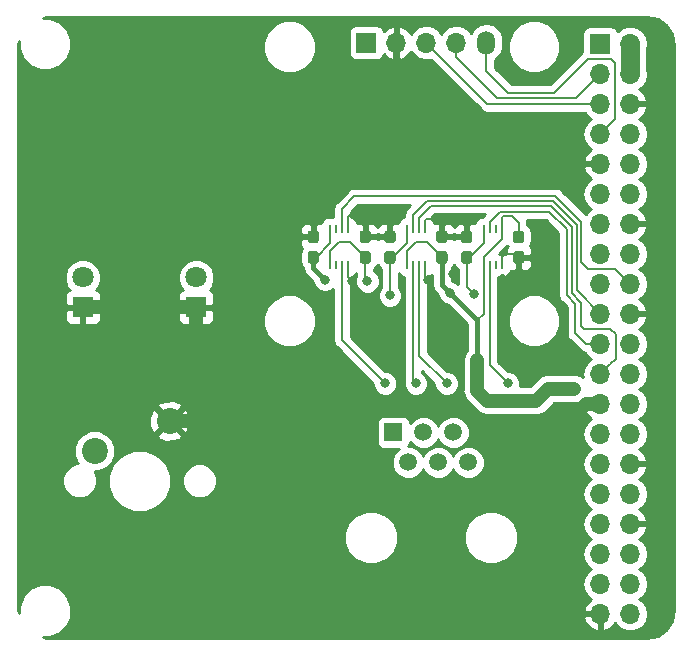
<source format=gtl>
G04 #@! TF.GenerationSoftware,KiCad,Pcbnew,5.0-dev-unknown-9241a39~61~ubuntu17.10.1*
G04 #@! TF.CreationDate,2018-07-25T16:03:07+02:00*
G04 #@! TF.ProjectId,tag-connect-hat,7461672D636F6E6E6563742D6861742E,rev?*
G04 #@! TF.SameCoordinates,Original*
G04 #@! TF.FileFunction,Copper,L1,Top,Signal*
G04 #@! TF.FilePolarity,Positive*
%FSLAX46Y46*%
G04 Gerber Fmt 4.6, Leading zero omitted, Abs format (unit mm)*
G04 Created by KiCad (PCBNEW 5.0-dev-unknown-9241a39~61~ubuntu17.10.1) date Wed Jul 25 16:03:07 2018*
%MOMM*%
%LPD*%
G01*
G04 APERTURE LIST*
%ADD10R,0.250000X0.750000*%
%ADD11R,1.700000X1.700000*%
%ADD12O,1.700000X1.700000*%
%ADD13O,1.520000X2.000000*%
%ADD14C,0.100000*%
%ADD15C,0.950000*%
%ADD16R,1.800000X1.800000*%
%ADD17C,1.800000*%
%ADD18C,2.200000*%
%ADD19C,1.520000*%
%ADD20R,1.520000X1.520000*%
%ADD21C,0.800000*%
%ADD22C,0.400000*%
%ADD23C,0.200000*%
%ADD24C,1.200000*%
%ADD25C,0.600000*%
%ADD26C,1.600000*%
%ADD27C,0.254000*%
G04 APERTURE END LIST*
D10*
X115150000Y-116650000D03*
X115650000Y-116650000D03*
X116150000Y-116650000D03*
X116650000Y-116650000D03*
X116650000Y-119750000D03*
X116150000Y-119750000D03*
X115650000Y-119750000D03*
X115150000Y-119750000D03*
X108650000Y-116650000D03*
X109150000Y-116650000D03*
X109650000Y-116650000D03*
X110150000Y-116650000D03*
X110150000Y-119750000D03*
X109650000Y-119750000D03*
X109150000Y-119750000D03*
X108650000Y-119750000D03*
X102150000Y-119750000D03*
X102650000Y-119750000D03*
X103150000Y-119750000D03*
X103650000Y-119750000D03*
X103650000Y-116650000D03*
X103150000Y-116650000D03*
X102650000Y-116650000D03*
X102150000Y-116650000D03*
D11*
X105200000Y-100900000D03*
D12*
X107740000Y-100900000D03*
X110280000Y-100900000D03*
X112820000Y-100900000D03*
D13*
X115360000Y-100900000D03*
D14*
G36*
X118360779Y-118551144D02*
X118383834Y-118554563D01*
X118406443Y-118560227D01*
X118428387Y-118568079D01*
X118449457Y-118578044D01*
X118469448Y-118590026D01*
X118488168Y-118603910D01*
X118505438Y-118619562D01*
X118521090Y-118636832D01*
X118534974Y-118655552D01*
X118546956Y-118675543D01*
X118556921Y-118696613D01*
X118564773Y-118718557D01*
X118570437Y-118741166D01*
X118573856Y-118764221D01*
X118575000Y-118787500D01*
X118575000Y-119362500D01*
X118573856Y-119385779D01*
X118570437Y-119408834D01*
X118564773Y-119431443D01*
X118556921Y-119453387D01*
X118546956Y-119474457D01*
X118534974Y-119494448D01*
X118521090Y-119513168D01*
X118505438Y-119530438D01*
X118488168Y-119546090D01*
X118469448Y-119559974D01*
X118449457Y-119571956D01*
X118428387Y-119581921D01*
X118406443Y-119589773D01*
X118383834Y-119595437D01*
X118360779Y-119598856D01*
X118337500Y-119600000D01*
X117862500Y-119600000D01*
X117839221Y-119598856D01*
X117816166Y-119595437D01*
X117793557Y-119589773D01*
X117771613Y-119581921D01*
X117750543Y-119571956D01*
X117730552Y-119559974D01*
X117711832Y-119546090D01*
X117694562Y-119530438D01*
X117678910Y-119513168D01*
X117665026Y-119494448D01*
X117653044Y-119474457D01*
X117643079Y-119453387D01*
X117635227Y-119431443D01*
X117629563Y-119408834D01*
X117626144Y-119385779D01*
X117625000Y-119362500D01*
X117625000Y-118787500D01*
X117626144Y-118764221D01*
X117629563Y-118741166D01*
X117635227Y-118718557D01*
X117643079Y-118696613D01*
X117653044Y-118675543D01*
X117665026Y-118655552D01*
X117678910Y-118636832D01*
X117694562Y-118619562D01*
X117711832Y-118603910D01*
X117730552Y-118590026D01*
X117750543Y-118578044D01*
X117771613Y-118568079D01*
X117793557Y-118560227D01*
X117816166Y-118554563D01*
X117839221Y-118551144D01*
X117862500Y-118550000D01*
X118337500Y-118550000D01*
X118360779Y-118551144D01*
X118360779Y-118551144D01*
G37*
D15*
X118100000Y-119075000D03*
D14*
G36*
X118360779Y-116801144D02*
X118383834Y-116804563D01*
X118406443Y-116810227D01*
X118428387Y-116818079D01*
X118449457Y-116828044D01*
X118469448Y-116840026D01*
X118488168Y-116853910D01*
X118505438Y-116869562D01*
X118521090Y-116886832D01*
X118534974Y-116905552D01*
X118546956Y-116925543D01*
X118556921Y-116946613D01*
X118564773Y-116968557D01*
X118570437Y-116991166D01*
X118573856Y-117014221D01*
X118575000Y-117037500D01*
X118575000Y-117612500D01*
X118573856Y-117635779D01*
X118570437Y-117658834D01*
X118564773Y-117681443D01*
X118556921Y-117703387D01*
X118546956Y-117724457D01*
X118534974Y-117744448D01*
X118521090Y-117763168D01*
X118505438Y-117780438D01*
X118488168Y-117796090D01*
X118469448Y-117809974D01*
X118449457Y-117821956D01*
X118428387Y-117831921D01*
X118406443Y-117839773D01*
X118383834Y-117845437D01*
X118360779Y-117848856D01*
X118337500Y-117850000D01*
X117862500Y-117850000D01*
X117839221Y-117848856D01*
X117816166Y-117845437D01*
X117793557Y-117839773D01*
X117771613Y-117831921D01*
X117750543Y-117821956D01*
X117730552Y-117809974D01*
X117711832Y-117796090D01*
X117694562Y-117780438D01*
X117678910Y-117763168D01*
X117665026Y-117744448D01*
X117653044Y-117724457D01*
X117643079Y-117703387D01*
X117635227Y-117681443D01*
X117629563Y-117658834D01*
X117626144Y-117635779D01*
X117625000Y-117612500D01*
X117625000Y-117037500D01*
X117626144Y-117014221D01*
X117629563Y-116991166D01*
X117635227Y-116968557D01*
X117643079Y-116946613D01*
X117653044Y-116925543D01*
X117665026Y-116905552D01*
X117678910Y-116886832D01*
X117694562Y-116869562D01*
X117711832Y-116853910D01*
X117730552Y-116840026D01*
X117750543Y-116828044D01*
X117771613Y-116818079D01*
X117793557Y-116810227D01*
X117816166Y-116804563D01*
X117839221Y-116801144D01*
X117862500Y-116800000D01*
X118337500Y-116800000D01*
X118360779Y-116801144D01*
X118360779Y-116801144D01*
G37*
D15*
X118100000Y-117325000D03*
D14*
G36*
X111860779Y-116801144D02*
X111883834Y-116804563D01*
X111906443Y-116810227D01*
X111928387Y-116818079D01*
X111949457Y-116828044D01*
X111969448Y-116840026D01*
X111988168Y-116853910D01*
X112005438Y-116869562D01*
X112021090Y-116886832D01*
X112034974Y-116905552D01*
X112046956Y-116925543D01*
X112056921Y-116946613D01*
X112064773Y-116968557D01*
X112070437Y-116991166D01*
X112073856Y-117014221D01*
X112075000Y-117037500D01*
X112075000Y-117612500D01*
X112073856Y-117635779D01*
X112070437Y-117658834D01*
X112064773Y-117681443D01*
X112056921Y-117703387D01*
X112046956Y-117724457D01*
X112034974Y-117744448D01*
X112021090Y-117763168D01*
X112005438Y-117780438D01*
X111988168Y-117796090D01*
X111969448Y-117809974D01*
X111949457Y-117821956D01*
X111928387Y-117831921D01*
X111906443Y-117839773D01*
X111883834Y-117845437D01*
X111860779Y-117848856D01*
X111837500Y-117850000D01*
X111362500Y-117850000D01*
X111339221Y-117848856D01*
X111316166Y-117845437D01*
X111293557Y-117839773D01*
X111271613Y-117831921D01*
X111250543Y-117821956D01*
X111230552Y-117809974D01*
X111211832Y-117796090D01*
X111194562Y-117780438D01*
X111178910Y-117763168D01*
X111165026Y-117744448D01*
X111153044Y-117724457D01*
X111143079Y-117703387D01*
X111135227Y-117681443D01*
X111129563Y-117658834D01*
X111126144Y-117635779D01*
X111125000Y-117612500D01*
X111125000Y-117037500D01*
X111126144Y-117014221D01*
X111129563Y-116991166D01*
X111135227Y-116968557D01*
X111143079Y-116946613D01*
X111153044Y-116925543D01*
X111165026Y-116905552D01*
X111178910Y-116886832D01*
X111194562Y-116869562D01*
X111211832Y-116853910D01*
X111230552Y-116840026D01*
X111250543Y-116828044D01*
X111271613Y-116818079D01*
X111293557Y-116810227D01*
X111316166Y-116804563D01*
X111339221Y-116801144D01*
X111362500Y-116800000D01*
X111837500Y-116800000D01*
X111860779Y-116801144D01*
X111860779Y-116801144D01*
G37*
D15*
X111600000Y-117325000D03*
D14*
G36*
X111860779Y-118551144D02*
X111883834Y-118554563D01*
X111906443Y-118560227D01*
X111928387Y-118568079D01*
X111949457Y-118578044D01*
X111969448Y-118590026D01*
X111988168Y-118603910D01*
X112005438Y-118619562D01*
X112021090Y-118636832D01*
X112034974Y-118655552D01*
X112046956Y-118675543D01*
X112056921Y-118696613D01*
X112064773Y-118718557D01*
X112070437Y-118741166D01*
X112073856Y-118764221D01*
X112075000Y-118787500D01*
X112075000Y-119362500D01*
X112073856Y-119385779D01*
X112070437Y-119408834D01*
X112064773Y-119431443D01*
X112056921Y-119453387D01*
X112046956Y-119474457D01*
X112034974Y-119494448D01*
X112021090Y-119513168D01*
X112005438Y-119530438D01*
X111988168Y-119546090D01*
X111969448Y-119559974D01*
X111949457Y-119571956D01*
X111928387Y-119581921D01*
X111906443Y-119589773D01*
X111883834Y-119595437D01*
X111860779Y-119598856D01*
X111837500Y-119600000D01*
X111362500Y-119600000D01*
X111339221Y-119598856D01*
X111316166Y-119595437D01*
X111293557Y-119589773D01*
X111271613Y-119581921D01*
X111250543Y-119571956D01*
X111230552Y-119559974D01*
X111211832Y-119546090D01*
X111194562Y-119530438D01*
X111178910Y-119513168D01*
X111165026Y-119494448D01*
X111153044Y-119474457D01*
X111143079Y-119453387D01*
X111135227Y-119431443D01*
X111129563Y-119408834D01*
X111126144Y-119385779D01*
X111125000Y-119362500D01*
X111125000Y-118787500D01*
X111126144Y-118764221D01*
X111129563Y-118741166D01*
X111135227Y-118718557D01*
X111143079Y-118696613D01*
X111153044Y-118675543D01*
X111165026Y-118655552D01*
X111178910Y-118636832D01*
X111194562Y-118619562D01*
X111211832Y-118603910D01*
X111230552Y-118590026D01*
X111250543Y-118578044D01*
X111271613Y-118568079D01*
X111293557Y-118560227D01*
X111316166Y-118554563D01*
X111339221Y-118551144D01*
X111362500Y-118550000D01*
X111837500Y-118550000D01*
X111860779Y-118551144D01*
X111860779Y-118551144D01*
G37*
D15*
X111600000Y-119075000D03*
D14*
G36*
X113960779Y-116801144D02*
X113983834Y-116804563D01*
X114006443Y-116810227D01*
X114028387Y-116818079D01*
X114049457Y-116828044D01*
X114069448Y-116840026D01*
X114088168Y-116853910D01*
X114105438Y-116869562D01*
X114121090Y-116886832D01*
X114134974Y-116905552D01*
X114146956Y-116925543D01*
X114156921Y-116946613D01*
X114164773Y-116968557D01*
X114170437Y-116991166D01*
X114173856Y-117014221D01*
X114175000Y-117037500D01*
X114175000Y-117612500D01*
X114173856Y-117635779D01*
X114170437Y-117658834D01*
X114164773Y-117681443D01*
X114156921Y-117703387D01*
X114146956Y-117724457D01*
X114134974Y-117744448D01*
X114121090Y-117763168D01*
X114105438Y-117780438D01*
X114088168Y-117796090D01*
X114069448Y-117809974D01*
X114049457Y-117821956D01*
X114028387Y-117831921D01*
X114006443Y-117839773D01*
X113983834Y-117845437D01*
X113960779Y-117848856D01*
X113937500Y-117850000D01*
X113462500Y-117850000D01*
X113439221Y-117848856D01*
X113416166Y-117845437D01*
X113393557Y-117839773D01*
X113371613Y-117831921D01*
X113350543Y-117821956D01*
X113330552Y-117809974D01*
X113311832Y-117796090D01*
X113294562Y-117780438D01*
X113278910Y-117763168D01*
X113265026Y-117744448D01*
X113253044Y-117724457D01*
X113243079Y-117703387D01*
X113235227Y-117681443D01*
X113229563Y-117658834D01*
X113226144Y-117635779D01*
X113225000Y-117612500D01*
X113225000Y-117037500D01*
X113226144Y-117014221D01*
X113229563Y-116991166D01*
X113235227Y-116968557D01*
X113243079Y-116946613D01*
X113253044Y-116925543D01*
X113265026Y-116905552D01*
X113278910Y-116886832D01*
X113294562Y-116869562D01*
X113311832Y-116853910D01*
X113330552Y-116840026D01*
X113350543Y-116828044D01*
X113371613Y-116818079D01*
X113393557Y-116810227D01*
X113416166Y-116804563D01*
X113439221Y-116801144D01*
X113462500Y-116800000D01*
X113937500Y-116800000D01*
X113960779Y-116801144D01*
X113960779Y-116801144D01*
G37*
D15*
X113700000Y-117325000D03*
D14*
G36*
X113960779Y-118551144D02*
X113983834Y-118554563D01*
X114006443Y-118560227D01*
X114028387Y-118568079D01*
X114049457Y-118578044D01*
X114069448Y-118590026D01*
X114088168Y-118603910D01*
X114105438Y-118619562D01*
X114121090Y-118636832D01*
X114134974Y-118655552D01*
X114146956Y-118675543D01*
X114156921Y-118696613D01*
X114164773Y-118718557D01*
X114170437Y-118741166D01*
X114173856Y-118764221D01*
X114175000Y-118787500D01*
X114175000Y-119362500D01*
X114173856Y-119385779D01*
X114170437Y-119408834D01*
X114164773Y-119431443D01*
X114156921Y-119453387D01*
X114146956Y-119474457D01*
X114134974Y-119494448D01*
X114121090Y-119513168D01*
X114105438Y-119530438D01*
X114088168Y-119546090D01*
X114069448Y-119559974D01*
X114049457Y-119571956D01*
X114028387Y-119581921D01*
X114006443Y-119589773D01*
X113983834Y-119595437D01*
X113960779Y-119598856D01*
X113937500Y-119600000D01*
X113462500Y-119600000D01*
X113439221Y-119598856D01*
X113416166Y-119595437D01*
X113393557Y-119589773D01*
X113371613Y-119581921D01*
X113350543Y-119571956D01*
X113330552Y-119559974D01*
X113311832Y-119546090D01*
X113294562Y-119530438D01*
X113278910Y-119513168D01*
X113265026Y-119494448D01*
X113253044Y-119474457D01*
X113243079Y-119453387D01*
X113235227Y-119431443D01*
X113229563Y-119408834D01*
X113226144Y-119385779D01*
X113225000Y-119362500D01*
X113225000Y-118787500D01*
X113226144Y-118764221D01*
X113229563Y-118741166D01*
X113235227Y-118718557D01*
X113243079Y-118696613D01*
X113253044Y-118675543D01*
X113265026Y-118655552D01*
X113278910Y-118636832D01*
X113294562Y-118619562D01*
X113311832Y-118603910D01*
X113330552Y-118590026D01*
X113350543Y-118578044D01*
X113371613Y-118568079D01*
X113393557Y-118560227D01*
X113416166Y-118554563D01*
X113439221Y-118551144D01*
X113462500Y-118550000D01*
X113937500Y-118550000D01*
X113960779Y-118551144D01*
X113960779Y-118551144D01*
G37*
D15*
X113700000Y-119075000D03*
D14*
G36*
X107460779Y-116801144D02*
X107483834Y-116804563D01*
X107506443Y-116810227D01*
X107528387Y-116818079D01*
X107549457Y-116828044D01*
X107569448Y-116840026D01*
X107588168Y-116853910D01*
X107605438Y-116869562D01*
X107621090Y-116886832D01*
X107634974Y-116905552D01*
X107646956Y-116925543D01*
X107656921Y-116946613D01*
X107664773Y-116968557D01*
X107670437Y-116991166D01*
X107673856Y-117014221D01*
X107675000Y-117037500D01*
X107675000Y-117612500D01*
X107673856Y-117635779D01*
X107670437Y-117658834D01*
X107664773Y-117681443D01*
X107656921Y-117703387D01*
X107646956Y-117724457D01*
X107634974Y-117744448D01*
X107621090Y-117763168D01*
X107605438Y-117780438D01*
X107588168Y-117796090D01*
X107569448Y-117809974D01*
X107549457Y-117821956D01*
X107528387Y-117831921D01*
X107506443Y-117839773D01*
X107483834Y-117845437D01*
X107460779Y-117848856D01*
X107437500Y-117850000D01*
X106962500Y-117850000D01*
X106939221Y-117848856D01*
X106916166Y-117845437D01*
X106893557Y-117839773D01*
X106871613Y-117831921D01*
X106850543Y-117821956D01*
X106830552Y-117809974D01*
X106811832Y-117796090D01*
X106794562Y-117780438D01*
X106778910Y-117763168D01*
X106765026Y-117744448D01*
X106753044Y-117724457D01*
X106743079Y-117703387D01*
X106735227Y-117681443D01*
X106729563Y-117658834D01*
X106726144Y-117635779D01*
X106725000Y-117612500D01*
X106725000Y-117037500D01*
X106726144Y-117014221D01*
X106729563Y-116991166D01*
X106735227Y-116968557D01*
X106743079Y-116946613D01*
X106753044Y-116925543D01*
X106765026Y-116905552D01*
X106778910Y-116886832D01*
X106794562Y-116869562D01*
X106811832Y-116853910D01*
X106830552Y-116840026D01*
X106850543Y-116828044D01*
X106871613Y-116818079D01*
X106893557Y-116810227D01*
X106916166Y-116804563D01*
X106939221Y-116801144D01*
X106962500Y-116800000D01*
X107437500Y-116800000D01*
X107460779Y-116801144D01*
X107460779Y-116801144D01*
G37*
D15*
X107200000Y-117325000D03*
D14*
G36*
X107460779Y-118551144D02*
X107483834Y-118554563D01*
X107506443Y-118560227D01*
X107528387Y-118568079D01*
X107549457Y-118578044D01*
X107569448Y-118590026D01*
X107588168Y-118603910D01*
X107605438Y-118619562D01*
X107621090Y-118636832D01*
X107634974Y-118655552D01*
X107646956Y-118675543D01*
X107656921Y-118696613D01*
X107664773Y-118718557D01*
X107670437Y-118741166D01*
X107673856Y-118764221D01*
X107675000Y-118787500D01*
X107675000Y-119362500D01*
X107673856Y-119385779D01*
X107670437Y-119408834D01*
X107664773Y-119431443D01*
X107656921Y-119453387D01*
X107646956Y-119474457D01*
X107634974Y-119494448D01*
X107621090Y-119513168D01*
X107605438Y-119530438D01*
X107588168Y-119546090D01*
X107569448Y-119559974D01*
X107549457Y-119571956D01*
X107528387Y-119581921D01*
X107506443Y-119589773D01*
X107483834Y-119595437D01*
X107460779Y-119598856D01*
X107437500Y-119600000D01*
X106962500Y-119600000D01*
X106939221Y-119598856D01*
X106916166Y-119595437D01*
X106893557Y-119589773D01*
X106871613Y-119581921D01*
X106850543Y-119571956D01*
X106830552Y-119559974D01*
X106811832Y-119546090D01*
X106794562Y-119530438D01*
X106778910Y-119513168D01*
X106765026Y-119494448D01*
X106753044Y-119474457D01*
X106743079Y-119453387D01*
X106735227Y-119431443D01*
X106729563Y-119408834D01*
X106726144Y-119385779D01*
X106725000Y-119362500D01*
X106725000Y-118787500D01*
X106726144Y-118764221D01*
X106729563Y-118741166D01*
X106735227Y-118718557D01*
X106743079Y-118696613D01*
X106753044Y-118675543D01*
X106765026Y-118655552D01*
X106778910Y-118636832D01*
X106794562Y-118619562D01*
X106811832Y-118603910D01*
X106830552Y-118590026D01*
X106850543Y-118578044D01*
X106871613Y-118568079D01*
X106893557Y-118560227D01*
X106916166Y-118554563D01*
X106939221Y-118551144D01*
X106962500Y-118550000D01*
X107437500Y-118550000D01*
X107460779Y-118551144D01*
X107460779Y-118551144D01*
G37*
D15*
X107200000Y-119075000D03*
D16*
X81200000Y-123300000D03*
D17*
X81200000Y-120760000D03*
X90800000Y-120760000D03*
D16*
X90800000Y-123300000D03*
D18*
X88540000Y-132920000D03*
X82190000Y-135460000D03*
D11*
X125000000Y-101000000D03*
D12*
X127540000Y-101000000D03*
X125000000Y-103540000D03*
X127540000Y-103540000D03*
X125000000Y-106080000D03*
X127540000Y-106080000D03*
X125000000Y-108620000D03*
X127540000Y-108620000D03*
X125000000Y-111160000D03*
X127540000Y-111160000D03*
X125000000Y-113700000D03*
X127540000Y-113700000D03*
X125000000Y-116240000D03*
X127540000Y-116240000D03*
X125000000Y-118780000D03*
X127540000Y-118780000D03*
X125000000Y-121320000D03*
X127540000Y-121320000D03*
X125000000Y-123860000D03*
X127540000Y-123860000D03*
X125000000Y-126400000D03*
X127540000Y-126400000D03*
X125000000Y-128940000D03*
X127540000Y-128940000D03*
X125000000Y-131480000D03*
X127540000Y-131480000D03*
X125000000Y-134020000D03*
X127540000Y-134020000D03*
X125000000Y-136560000D03*
X127540000Y-136560000D03*
X125000000Y-139100000D03*
X127540000Y-139100000D03*
X125000000Y-141640000D03*
X127540000Y-141640000D03*
X125000000Y-144180000D03*
X127540000Y-144180000D03*
X125000000Y-146720000D03*
X127540000Y-146720000D03*
X125000000Y-149260000D03*
X127540000Y-149260000D03*
D19*
X113850000Y-136440000D03*
X112580000Y-133900000D03*
X111310000Y-136440000D03*
X110040000Y-133900000D03*
X108770000Y-136440000D03*
D20*
X107500000Y-133900000D03*
D14*
G36*
X105360779Y-118551144D02*
X105383834Y-118554563D01*
X105406443Y-118560227D01*
X105428387Y-118568079D01*
X105449457Y-118578044D01*
X105469448Y-118590026D01*
X105488168Y-118603910D01*
X105505438Y-118619562D01*
X105521090Y-118636832D01*
X105534974Y-118655552D01*
X105546956Y-118675543D01*
X105556921Y-118696613D01*
X105564773Y-118718557D01*
X105570437Y-118741166D01*
X105573856Y-118764221D01*
X105575000Y-118787500D01*
X105575000Y-119362500D01*
X105573856Y-119385779D01*
X105570437Y-119408834D01*
X105564773Y-119431443D01*
X105556921Y-119453387D01*
X105546956Y-119474457D01*
X105534974Y-119494448D01*
X105521090Y-119513168D01*
X105505438Y-119530438D01*
X105488168Y-119546090D01*
X105469448Y-119559974D01*
X105449457Y-119571956D01*
X105428387Y-119581921D01*
X105406443Y-119589773D01*
X105383834Y-119595437D01*
X105360779Y-119598856D01*
X105337500Y-119600000D01*
X104862500Y-119600000D01*
X104839221Y-119598856D01*
X104816166Y-119595437D01*
X104793557Y-119589773D01*
X104771613Y-119581921D01*
X104750543Y-119571956D01*
X104730552Y-119559974D01*
X104711832Y-119546090D01*
X104694562Y-119530438D01*
X104678910Y-119513168D01*
X104665026Y-119494448D01*
X104653044Y-119474457D01*
X104643079Y-119453387D01*
X104635227Y-119431443D01*
X104629563Y-119408834D01*
X104626144Y-119385779D01*
X104625000Y-119362500D01*
X104625000Y-118787500D01*
X104626144Y-118764221D01*
X104629563Y-118741166D01*
X104635227Y-118718557D01*
X104643079Y-118696613D01*
X104653044Y-118675543D01*
X104665026Y-118655552D01*
X104678910Y-118636832D01*
X104694562Y-118619562D01*
X104711832Y-118603910D01*
X104730552Y-118590026D01*
X104750543Y-118578044D01*
X104771613Y-118568079D01*
X104793557Y-118560227D01*
X104816166Y-118554563D01*
X104839221Y-118551144D01*
X104862500Y-118550000D01*
X105337500Y-118550000D01*
X105360779Y-118551144D01*
X105360779Y-118551144D01*
G37*
D15*
X105100000Y-119075000D03*
D14*
G36*
X105360779Y-116801144D02*
X105383834Y-116804563D01*
X105406443Y-116810227D01*
X105428387Y-116818079D01*
X105449457Y-116828044D01*
X105469448Y-116840026D01*
X105488168Y-116853910D01*
X105505438Y-116869562D01*
X105521090Y-116886832D01*
X105534974Y-116905552D01*
X105546956Y-116925543D01*
X105556921Y-116946613D01*
X105564773Y-116968557D01*
X105570437Y-116991166D01*
X105573856Y-117014221D01*
X105575000Y-117037500D01*
X105575000Y-117612500D01*
X105573856Y-117635779D01*
X105570437Y-117658834D01*
X105564773Y-117681443D01*
X105556921Y-117703387D01*
X105546956Y-117724457D01*
X105534974Y-117744448D01*
X105521090Y-117763168D01*
X105505438Y-117780438D01*
X105488168Y-117796090D01*
X105469448Y-117809974D01*
X105449457Y-117821956D01*
X105428387Y-117831921D01*
X105406443Y-117839773D01*
X105383834Y-117845437D01*
X105360779Y-117848856D01*
X105337500Y-117850000D01*
X104862500Y-117850000D01*
X104839221Y-117848856D01*
X104816166Y-117845437D01*
X104793557Y-117839773D01*
X104771613Y-117831921D01*
X104750543Y-117821956D01*
X104730552Y-117809974D01*
X104711832Y-117796090D01*
X104694562Y-117780438D01*
X104678910Y-117763168D01*
X104665026Y-117744448D01*
X104653044Y-117724457D01*
X104643079Y-117703387D01*
X104635227Y-117681443D01*
X104629563Y-117658834D01*
X104626144Y-117635779D01*
X104625000Y-117612500D01*
X104625000Y-117037500D01*
X104626144Y-117014221D01*
X104629563Y-116991166D01*
X104635227Y-116968557D01*
X104643079Y-116946613D01*
X104653044Y-116925543D01*
X104665026Y-116905552D01*
X104678910Y-116886832D01*
X104694562Y-116869562D01*
X104711832Y-116853910D01*
X104730552Y-116840026D01*
X104750543Y-116828044D01*
X104771613Y-116818079D01*
X104793557Y-116810227D01*
X104816166Y-116804563D01*
X104839221Y-116801144D01*
X104862500Y-116800000D01*
X105337500Y-116800000D01*
X105360779Y-116801144D01*
X105360779Y-116801144D01*
G37*
D15*
X105100000Y-117325000D03*
D14*
G36*
X100960779Y-118551144D02*
X100983834Y-118554563D01*
X101006443Y-118560227D01*
X101028387Y-118568079D01*
X101049457Y-118578044D01*
X101069448Y-118590026D01*
X101088168Y-118603910D01*
X101105438Y-118619562D01*
X101121090Y-118636832D01*
X101134974Y-118655552D01*
X101146956Y-118675543D01*
X101156921Y-118696613D01*
X101164773Y-118718557D01*
X101170437Y-118741166D01*
X101173856Y-118764221D01*
X101175000Y-118787500D01*
X101175000Y-119362500D01*
X101173856Y-119385779D01*
X101170437Y-119408834D01*
X101164773Y-119431443D01*
X101156921Y-119453387D01*
X101146956Y-119474457D01*
X101134974Y-119494448D01*
X101121090Y-119513168D01*
X101105438Y-119530438D01*
X101088168Y-119546090D01*
X101069448Y-119559974D01*
X101049457Y-119571956D01*
X101028387Y-119581921D01*
X101006443Y-119589773D01*
X100983834Y-119595437D01*
X100960779Y-119598856D01*
X100937500Y-119600000D01*
X100462500Y-119600000D01*
X100439221Y-119598856D01*
X100416166Y-119595437D01*
X100393557Y-119589773D01*
X100371613Y-119581921D01*
X100350543Y-119571956D01*
X100330552Y-119559974D01*
X100311832Y-119546090D01*
X100294562Y-119530438D01*
X100278910Y-119513168D01*
X100265026Y-119494448D01*
X100253044Y-119474457D01*
X100243079Y-119453387D01*
X100235227Y-119431443D01*
X100229563Y-119408834D01*
X100226144Y-119385779D01*
X100225000Y-119362500D01*
X100225000Y-118787500D01*
X100226144Y-118764221D01*
X100229563Y-118741166D01*
X100235227Y-118718557D01*
X100243079Y-118696613D01*
X100253044Y-118675543D01*
X100265026Y-118655552D01*
X100278910Y-118636832D01*
X100294562Y-118619562D01*
X100311832Y-118603910D01*
X100330552Y-118590026D01*
X100350543Y-118578044D01*
X100371613Y-118568079D01*
X100393557Y-118560227D01*
X100416166Y-118554563D01*
X100439221Y-118551144D01*
X100462500Y-118550000D01*
X100937500Y-118550000D01*
X100960779Y-118551144D01*
X100960779Y-118551144D01*
G37*
D15*
X100700000Y-119075000D03*
D14*
G36*
X100960779Y-116801144D02*
X100983834Y-116804563D01*
X101006443Y-116810227D01*
X101028387Y-116818079D01*
X101049457Y-116828044D01*
X101069448Y-116840026D01*
X101088168Y-116853910D01*
X101105438Y-116869562D01*
X101121090Y-116886832D01*
X101134974Y-116905552D01*
X101146956Y-116925543D01*
X101156921Y-116946613D01*
X101164773Y-116968557D01*
X101170437Y-116991166D01*
X101173856Y-117014221D01*
X101175000Y-117037500D01*
X101175000Y-117612500D01*
X101173856Y-117635779D01*
X101170437Y-117658834D01*
X101164773Y-117681443D01*
X101156921Y-117703387D01*
X101146956Y-117724457D01*
X101134974Y-117744448D01*
X101121090Y-117763168D01*
X101105438Y-117780438D01*
X101088168Y-117796090D01*
X101069448Y-117809974D01*
X101049457Y-117821956D01*
X101028387Y-117831921D01*
X101006443Y-117839773D01*
X100983834Y-117845437D01*
X100960779Y-117848856D01*
X100937500Y-117850000D01*
X100462500Y-117850000D01*
X100439221Y-117848856D01*
X100416166Y-117845437D01*
X100393557Y-117839773D01*
X100371613Y-117831921D01*
X100350543Y-117821956D01*
X100330552Y-117809974D01*
X100311832Y-117796090D01*
X100294562Y-117780438D01*
X100278910Y-117763168D01*
X100265026Y-117744448D01*
X100253044Y-117724457D01*
X100243079Y-117703387D01*
X100235227Y-117681443D01*
X100229563Y-117658834D01*
X100226144Y-117635779D01*
X100225000Y-117612500D01*
X100225000Y-117037500D01*
X100226144Y-117014221D01*
X100229563Y-116991166D01*
X100235227Y-116968557D01*
X100243079Y-116946613D01*
X100253044Y-116925543D01*
X100265026Y-116905552D01*
X100278910Y-116886832D01*
X100294562Y-116869562D01*
X100311832Y-116853910D01*
X100330552Y-116840026D01*
X100350543Y-116828044D01*
X100371613Y-116818079D01*
X100393557Y-116810227D01*
X100416166Y-116804563D01*
X100439221Y-116801144D01*
X100462500Y-116800000D01*
X100937500Y-116800000D01*
X100960779Y-116801144D01*
X100960779Y-116801144D01*
G37*
D15*
X100700000Y-117325000D03*
D21*
X88000000Y-101250000D03*
X85000000Y-101250000D03*
X88000000Y-102500000D03*
X88000000Y-100000000D03*
X87250000Y-100750000D03*
X86500000Y-101500000D03*
X85750000Y-100750000D03*
X85000000Y-102500000D03*
X85000000Y-100000000D03*
X130250000Y-134500000D03*
X121500000Y-128250000D03*
X119250000Y-128750000D03*
X112250000Y-125500000D03*
X106500000Y-125500000D03*
X112500000Y-120500000D03*
X120750000Y-119250000D03*
X119500000Y-119100000D03*
X110400000Y-121000000D03*
X104000000Y-121100000D03*
X105100000Y-115400000D03*
X111600000Y-115800000D03*
X114100000Y-115800000D03*
X107200000Y-122300000D03*
X114300000Y-122200000D03*
X101700000Y-121000000D03*
X112300000Y-122100000D03*
X105300000Y-121100000D03*
X114600000Y-128500000D03*
X122800000Y-130200000D03*
X104200000Y-129750000D03*
X107200000Y-115400000D03*
X100700000Y-115400000D03*
X121900000Y-130200000D03*
X114600000Y-129750000D03*
X117200000Y-129750000D03*
X112000000Y-129750000D03*
X109400000Y-129750000D03*
X106800000Y-129750000D03*
D22*
X119475000Y-119075000D02*
X119500000Y-119100000D01*
X118100000Y-119075000D02*
X119475000Y-119075000D01*
D23*
X116800000Y-118800000D02*
X118100000Y-118800000D01*
X118100000Y-118800000D02*
X118200000Y-118900000D01*
X116650000Y-118950000D02*
X116800000Y-118800000D01*
X116650000Y-119750000D02*
X116650000Y-118950000D01*
X110150000Y-120750000D02*
X110400000Y-121000000D01*
X110150000Y-119750000D02*
X110150000Y-120750000D01*
X103650000Y-120750000D02*
X104000000Y-121100000D01*
X103650000Y-119750000D02*
X103650000Y-120750000D01*
X103650000Y-115650000D02*
X103900000Y-115400000D01*
X103900000Y-115400000D02*
X105100000Y-115400000D01*
X103650000Y-116650000D02*
X103650000Y-115650000D01*
X105100000Y-117325000D02*
X105100000Y-115400000D01*
X110300000Y-115800000D02*
X110150000Y-115950000D01*
X111600000Y-115800000D02*
X110300000Y-115800000D01*
X110150000Y-115950000D02*
X110150000Y-116650000D01*
D24*
X100120000Y-132920000D02*
X98320000Y-132920000D01*
X98320000Y-132920000D02*
X90800000Y-125400000D01*
X90800000Y-125400000D02*
X90800000Y-123300000D01*
X81200000Y-123300000D02*
X90800000Y-123300000D01*
X88540000Y-132920000D02*
X100120000Y-132920000D01*
X100120000Y-132920000D02*
X104200000Y-137000000D01*
D25*
X107740000Y-100900000D02*
X107740000Y-108360000D01*
X107740000Y-108360000D02*
X100700000Y-115400000D01*
D22*
X111600000Y-117325000D02*
X111600000Y-116000000D01*
D24*
X104200000Y-137000000D02*
X104200000Y-129750000D01*
X105900000Y-138700000D02*
X104200000Y-137000000D01*
X116577919Y-138700000D02*
X105900000Y-138700000D01*
X125000000Y-131480000D02*
X123797919Y-131480000D01*
X123797919Y-131480000D02*
X116577919Y-138700000D01*
D23*
X107200000Y-119075000D02*
X107200000Y-122300000D01*
X113700000Y-121600000D02*
X114300000Y-122200000D01*
X113700000Y-119800000D02*
X113700000Y-121600000D01*
X107200000Y-119075000D02*
X107200000Y-119100000D01*
D22*
X100700000Y-120000000D02*
X101700000Y-121000000D01*
X100700000Y-119075000D02*
X100700000Y-120000000D01*
D23*
X113700000Y-119075000D02*
X113700000Y-119800000D01*
X110280000Y-100900000D02*
X115460000Y-106080000D01*
X115460000Y-106080000D02*
X125000000Y-106080000D01*
X116267930Y-105550011D02*
X112820000Y-102102081D01*
X112820000Y-102102081D02*
X112820000Y-100900000D01*
X122989989Y-105550011D02*
X116267930Y-105550011D01*
X125000000Y-103540000D02*
X122989989Y-105550011D01*
X117200000Y-105150000D02*
X115360000Y-103310000D01*
X115360000Y-103310000D02*
X115360000Y-100900000D01*
X117700000Y-105150000D02*
X117350000Y-105150000D01*
X121050000Y-105150000D02*
X117700000Y-105150000D01*
X117700000Y-105150000D02*
X117200000Y-105150000D01*
D22*
X112300000Y-122100000D02*
X114600000Y-124400000D01*
X111600000Y-121400000D02*
X112300000Y-122100000D01*
D23*
X105100000Y-120400000D02*
X105100000Y-120900000D01*
X105100000Y-120900000D02*
X105300000Y-121100000D01*
X105100000Y-119075000D02*
X105100000Y-120400000D01*
D26*
X127540000Y-103540000D02*
X127540000Y-100960000D01*
D23*
X115150000Y-119750000D02*
X115150000Y-123850000D01*
X115150000Y-123850000D02*
X114600000Y-124400000D01*
D22*
X114600000Y-124400000D02*
X114600000Y-127800000D01*
D24*
X114600000Y-130350000D02*
X114600000Y-127800000D01*
D22*
X111600000Y-119075000D02*
X111600000Y-121400000D01*
D24*
X120600000Y-130200000D02*
X119600000Y-131200000D01*
X114600000Y-130350000D02*
X114600000Y-129750000D01*
X122800000Y-130200000D02*
X120600000Y-130200000D01*
X119600000Y-131200000D02*
X115450000Y-131200000D01*
X115450000Y-131200000D02*
X114600000Y-130350000D01*
D22*
X111600000Y-117325000D02*
X113700000Y-117325000D01*
D23*
X107200000Y-115400000D02*
X107200000Y-117325000D01*
X100700000Y-115400000D02*
X100700000Y-117325000D01*
X115150000Y-116650000D02*
X115150000Y-117850000D01*
X108650000Y-116650000D02*
X108650000Y-117850000D01*
X113900000Y-119100000D02*
X113700000Y-119100000D01*
X107400000Y-119100000D02*
X107200000Y-119100000D01*
X115150000Y-117850000D02*
X113900000Y-119100000D01*
X108650000Y-117850000D02*
X107400000Y-119100000D01*
X102150000Y-117850000D02*
X100900000Y-119100000D01*
X102150000Y-116650000D02*
X102150000Y-117850000D01*
X100900000Y-119100000D02*
X100700000Y-119100000D01*
X115150000Y-119750000D02*
X115150000Y-119100000D01*
X116650000Y-117550000D02*
X115150000Y-119050000D01*
X115150000Y-119050000D02*
X115150000Y-119100000D01*
X116650000Y-116650000D02*
X116650000Y-117550000D01*
X118100000Y-117325000D02*
X118100000Y-116200000D01*
X118100000Y-116200000D02*
X117500000Y-115600000D01*
X116800000Y-115600000D02*
X117500000Y-115600000D01*
X116650000Y-115750000D02*
X116800000Y-115600000D01*
X116650000Y-116650000D02*
X116650000Y-115750000D01*
X108650000Y-119750000D02*
X108650000Y-118550000D01*
X109400000Y-117800000D02*
X110325000Y-117800000D01*
X108650000Y-118550000D02*
X109400000Y-117800000D01*
X110325000Y-117800000D02*
X111600000Y-119075000D01*
X102150000Y-118550000D02*
X102900000Y-117800000D01*
X102150000Y-119750000D02*
X102150000Y-118550000D01*
X102900000Y-117800000D02*
X103825000Y-117800000D01*
X103825000Y-117800000D02*
X105100000Y-119075000D01*
X125000000Y-108620000D02*
X126250000Y-107370000D01*
X126250000Y-107370000D02*
X126250000Y-102650000D01*
X126250000Y-102650000D02*
X125900000Y-102300000D01*
X125900000Y-102300000D02*
X123900000Y-102300000D01*
X123900000Y-102300000D02*
X123849999Y-102350001D01*
X123849999Y-102350001D02*
X121050000Y-105150000D01*
X121200000Y-113900000D02*
X123400000Y-116100000D01*
X123400000Y-116100000D02*
X123400000Y-119500000D01*
X104200000Y-113900000D02*
X121200000Y-113900000D01*
X123400000Y-119500000D02*
X123950000Y-120050000D01*
X103150000Y-114950000D02*
X104200000Y-113900000D01*
X103150000Y-116650000D02*
X103150000Y-114950000D01*
X123950000Y-120050000D02*
X126270000Y-120050000D01*
X126270000Y-120050000D02*
X127540000Y-121320000D01*
X110300000Y-114300000D02*
X121000000Y-114300000D01*
X109150000Y-116650000D02*
X109150000Y-115450000D01*
X109150000Y-115450000D02*
X110300000Y-114300000D01*
X123000000Y-121860000D02*
X125000000Y-123860000D01*
X123000000Y-116300000D02*
X123000000Y-121860000D01*
X121000000Y-114300000D02*
X123000000Y-116300000D01*
X123797919Y-126400000D02*
X122900000Y-125502081D01*
X122900000Y-125502081D02*
X122900000Y-123000000D01*
X122200000Y-116700000D02*
X122200000Y-122300000D01*
X125000000Y-126400000D02*
X123797919Y-126400000D01*
X120700000Y-115200000D02*
X122200000Y-116700000D01*
X115650000Y-116075000D02*
X116525000Y-115200000D01*
X115650000Y-116650000D02*
X115650000Y-116075000D01*
X122900000Y-123000000D02*
X122200000Y-122300000D01*
X116525000Y-115200000D02*
X120700000Y-115200000D01*
X110700000Y-114700000D02*
X120800000Y-114700000D01*
X109650000Y-116650000D02*
X109650000Y-115750000D01*
X109650000Y-115750000D02*
X110700000Y-114700000D01*
X120800000Y-114700000D02*
X122600000Y-116500000D01*
X123400000Y-122900000D02*
X123400000Y-124900000D01*
X122600000Y-122100000D02*
X123400000Y-122900000D01*
X123400000Y-124900000D02*
X123600000Y-125100000D01*
X122600000Y-116500000D02*
X122600000Y-122100000D01*
X126300000Y-125600000D02*
X126300000Y-127640000D01*
X125800000Y-125100000D02*
X126300000Y-125600000D01*
X126300000Y-127640000D02*
X125849999Y-128090001D01*
X125849999Y-128090001D02*
X125000000Y-128940000D01*
X123600000Y-125100000D02*
X125800000Y-125100000D01*
X115650000Y-128200000D02*
X117200000Y-129750000D01*
X115650000Y-119750000D02*
X115650000Y-128200000D01*
X109650000Y-127400000D02*
X112000000Y-129750000D01*
X109650000Y-119750000D02*
X109650000Y-127400000D01*
X109150000Y-122300000D02*
X109150000Y-122450000D01*
X109150000Y-119750000D02*
X109150000Y-122300000D01*
X109150000Y-122300000D02*
X109150000Y-129500000D01*
X109150000Y-129500000D02*
X109400000Y-129750000D01*
X103150000Y-126100000D02*
X106800000Y-129750000D01*
X103150000Y-119750000D02*
X103150000Y-126100000D01*
D27*
G36*
X129871023Y-98897167D02*
X130609439Y-99390561D01*
X131102833Y-100128977D01*
X131290000Y-101069931D01*
X131290001Y-148930064D01*
X131102833Y-149871023D01*
X130609439Y-150609439D01*
X129871023Y-151102833D01*
X128930069Y-151290000D01*
X78069931Y-151290000D01*
X77793427Y-151235000D01*
X78444569Y-151235000D01*
X79266026Y-150894741D01*
X79894741Y-150266026D01*
X80163622Y-149616890D01*
X123558524Y-149616890D01*
X123728355Y-150026924D01*
X124118642Y-150455183D01*
X124643108Y-150701486D01*
X124873000Y-150580819D01*
X124873000Y-149387000D01*
X123679845Y-149387000D01*
X123558524Y-149616890D01*
X80163622Y-149616890D01*
X80235000Y-149444569D01*
X80235000Y-148555431D01*
X79894741Y-147733974D01*
X79266026Y-147105259D01*
X78444569Y-146765000D01*
X77555431Y-146765000D01*
X76733974Y-147105259D01*
X76105259Y-147733974D01*
X75765000Y-148555431D01*
X75765000Y-149206573D01*
X75710000Y-148930069D01*
X75710000Y-142340458D01*
X103330000Y-142340458D01*
X103330000Y-143239542D01*
X103674065Y-144070187D01*
X104309813Y-144705935D01*
X105140458Y-145050000D01*
X106039542Y-145050000D01*
X106870187Y-144705935D01*
X107505935Y-144070187D01*
X107850000Y-143239542D01*
X107850000Y-142340458D01*
X113490000Y-142340458D01*
X113490000Y-143239542D01*
X113834065Y-144070187D01*
X114469813Y-144705935D01*
X115300458Y-145050000D01*
X116199542Y-145050000D01*
X117030187Y-144705935D01*
X117665935Y-144070187D01*
X118010000Y-143239542D01*
X118010000Y-142340458D01*
X117665935Y-141509813D01*
X117030187Y-140874065D01*
X116199542Y-140530000D01*
X115300458Y-140530000D01*
X114469813Y-140874065D01*
X113834065Y-141509813D01*
X113490000Y-142340458D01*
X107850000Y-142340458D01*
X107505935Y-141509813D01*
X106870187Y-140874065D01*
X106039542Y-140530000D01*
X105140458Y-140530000D01*
X104309813Y-140874065D01*
X103674065Y-141509813D01*
X103330000Y-142340458D01*
X75710000Y-142340458D01*
X75710000Y-137704615D01*
X79435000Y-137704615D01*
X79435000Y-138295385D01*
X79661078Y-138841185D01*
X80078815Y-139258922D01*
X80624615Y-139485000D01*
X81215385Y-139485000D01*
X81761185Y-139258922D01*
X82178922Y-138841185D01*
X82405000Y-138295385D01*
X82405000Y-137704615D01*
X82310249Y-137475866D01*
X83365000Y-137475866D01*
X83365000Y-138524134D01*
X83766155Y-139492608D01*
X84507392Y-140233845D01*
X85475866Y-140635000D01*
X86524134Y-140635000D01*
X87492608Y-140233845D01*
X88233845Y-139492608D01*
X88635000Y-138524134D01*
X88635000Y-137704615D01*
X89595000Y-137704615D01*
X89595000Y-138295385D01*
X89821078Y-138841185D01*
X90238815Y-139258922D01*
X90784615Y-139485000D01*
X91375385Y-139485000D01*
X91921185Y-139258922D01*
X92338922Y-138841185D01*
X92565000Y-138295385D01*
X92565000Y-137704615D01*
X92338922Y-137158815D01*
X91921185Y-136741078D01*
X91375385Y-136515000D01*
X90784615Y-136515000D01*
X90238815Y-136741078D01*
X89821078Y-137158815D01*
X89595000Y-137704615D01*
X88635000Y-137704615D01*
X88635000Y-137475866D01*
X88233845Y-136507392D01*
X87492608Y-135766155D01*
X86524134Y-135365000D01*
X85475866Y-135365000D01*
X84507392Y-135766155D01*
X83766155Y-136507392D01*
X83365000Y-137475866D01*
X82310249Y-137475866D01*
X82193910Y-137195000D01*
X82535113Y-137195000D01*
X83172799Y-136930862D01*
X83660862Y-136442799D01*
X83925000Y-135805113D01*
X83925000Y-135114887D01*
X83660862Y-134477201D01*
X83328529Y-134144868D01*
X87494737Y-134144868D01*
X87605641Y-134422099D01*
X88251593Y-134665323D01*
X88941453Y-134642836D01*
X89474359Y-134422099D01*
X89585263Y-134144868D01*
X88540000Y-133099605D01*
X87494737Y-134144868D01*
X83328529Y-134144868D01*
X83172799Y-133989138D01*
X82535113Y-133725000D01*
X81844887Y-133725000D01*
X81207201Y-133989138D01*
X80719138Y-134477201D01*
X80455000Y-135114887D01*
X80455000Y-135805113D01*
X80719138Y-136442799D01*
X80791339Y-136515000D01*
X80624615Y-136515000D01*
X80078815Y-136741078D01*
X79661078Y-137158815D01*
X79435000Y-137704615D01*
X75710000Y-137704615D01*
X75710000Y-132631593D01*
X86794677Y-132631593D01*
X86817164Y-133321453D01*
X87037901Y-133854359D01*
X87315132Y-133965263D01*
X88360395Y-132920000D01*
X88719605Y-132920000D01*
X89764868Y-133965263D01*
X90042099Y-133854359D01*
X90285323Y-133208407D01*
X90283094Y-133140000D01*
X106092560Y-133140000D01*
X106092560Y-134660000D01*
X106141843Y-134907765D01*
X106282191Y-135117809D01*
X106492235Y-135258157D01*
X106740000Y-135307440D01*
X107929732Y-135307440D01*
X107587376Y-135649796D01*
X107375000Y-136162517D01*
X107375000Y-136717483D01*
X107587376Y-137230204D01*
X107979796Y-137622624D01*
X108492517Y-137835000D01*
X109047483Y-137835000D01*
X109560204Y-137622624D01*
X109952624Y-137230204D01*
X110040000Y-137019260D01*
X110127376Y-137230204D01*
X110519796Y-137622624D01*
X111032517Y-137835000D01*
X111587483Y-137835000D01*
X112100204Y-137622624D01*
X112492624Y-137230204D01*
X112580000Y-137019260D01*
X112667376Y-137230204D01*
X113059796Y-137622624D01*
X113572517Y-137835000D01*
X114127483Y-137835000D01*
X114640204Y-137622624D01*
X115032624Y-137230204D01*
X115245000Y-136717483D01*
X115245000Y-136162517D01*
X115032624Y-135649796D01*
X114640204Y-135257376D01*
X114127483Y-135045000D01*
X113572517Y-135045000D01*
X113059796Y-135257376D01*
X112667376Y-135649796D01*
X112580000Y-135860740D01*
X112492624Y-135649796D01*
X112100204Y-135257376D01*
X111587483Y-135045000D01*
X111032517Y-135045000D01*
X110519796Y-135257376D01*
X110127376Y-135649796D01*
X110040000Y-135860740D01*
X109952624Y-135649796D01*
X109560204Y-135257376D01*
X109047483Y-135045000D01*
X108766459Y-135045000D01*
X108858157Y-134907765D01*
X108894123Y-134726951D01*
X109249796Y-135082624D01*
X109762517Y-135295000D01*
X110317483Y-135295000D01*
X110830204Y-135082624D01*
X111222624Y-134690204D01*
X111310000Y-134479260D01*
X111397376Y-134690204D01*
X111789796Y-135082624D01*
X112302517Y-135295000D01*
X112857483Y-135295000D01*
X113370204Y-135082624D01*
X113762624Y-134690204D01*
X113975000Y-134177483D01*
X113975000Y-133622517D01*
X113762624Y-133109796D01*
X113370204Y-132717376D01*
X112857483Y-132505000D01*
X112302517Y-132505000D01*
X111789796Y-132717376D01*
X111397376Y-133109796D01*
X111310000Y-133320740D01*
X111222624Y-133109796D01*
X110830204Y-132717376D01*
X110317483Y-132505000D01*
X109762517Y-132505000D01*
X109249796Y-132717376D01*
X108894123Y-133073049D01*
X108858157Y-132892235D01*
X108717809Y-132682191D01*
X108507765Y-132541843D01*
X108260000Y-132492560D01*
X106740000Y-132492560D01*
X106492235Y-132541843D01*
X106282191Y-132682191D01*
X106141843Y-132892235D01*
X106092560Y-133140000D01*
X90283094Y-133140000D01*
X90262836Y-132518547D01*
X90042099Y-131985641D01*
X89764868Y-131874737D01*
X88719605Y-132920000D01*
X88360395Y-132920000D01*
X87315132Y-131874737D01*
X87037901Y-131985641D01*
X86794677Y-132631593D01*
X75710000Y-132631593D01*
X75710000Y-131695132D01*
X87494737Y-131695132D01*
X88540000Y-132740395D01*
X89585263Y-131695132D01*
X89474359Y-131417901D01*
X88828407Y-131174677D01*
X88138547Y-131197164D01*
X87605641Y-131417901D01*
X87494737Y-131695132D01*
X75710000Y-131695132D01*
X75710000Y-123585750D01*
X79665000Y-123585750D01*
X79665000Y-124326309D01*
X79761673Y-124559698D01*
X79940301Y-124738327D01*
X80173690Y-124835000D01*
X80914250Y-124835000D01*
X81073000Y-124676250D01*
X81073000Y-123427000D01*
X81327000Y-123427000D01*
X81327000Y-124676250D01*
X81485750Y-124835000D01*
X82226310Y-124835000D01*
X82459699Y-124738327D01*
X82638327Y-124559698D01*
X82735000Y-124326309D01*
X82735000Y-123585750D01*
X89265000Y-123585750D01*
X89265000Y-124326309D01*
X89361673Y-124559698D01*
X89540301Y-124738327D01*
X89773690Y-124835000D01*
X90514250Y-124835000D01*
X90673000Y-124676250D01*
X90673000Y-123427000D01*
X90927000Y-123427000D01*
X90927000Y-124676250D01*
X91085750Y-124835000D01*
X91826310Y-124835000D01*
X92059699Y-124738327D01*
X92238327Y-124559698D01*
X92335000Y-124326309D01*
X92335000Y-124005431D01*
X96465000Y-124005431D01*
X96465000Y-124894569D01*
X96805259Y-125716026D01*
X97433974Y-126344741D01*
X98255431Y-126685000D01*
X99144569Y-126685000D01*
X99966026Y-126344741D01*
X100594741Y-125716026D01*
X100935000Y-124894569D01*
X100935000Y-124005431D01*
X100594741Y-123183974D01*
X99966026Y-122555259D01*
X99144569Y-122215000D01*
X98255431Y-122215000D01*
X97433974Y-122555259D01*
X96805259Y-123183974D01*
X96465000Y-124005431D01*
X92335000Y-124005431D01*
X92335000Y-123585750D01*
X92176250Y-123427000D01*
X90927000Y-123427000D01*
X90673000Y-123427000D01*
X89423750Y-123427000D01*
X89265000Y-123585750D01*
X82735000Y-123585750D01*
X82576250Y-123427000D01*
X81327000Y-123427000D01*
X81073000Y-123427000D01*
X79823750Y-123427000D01*
X79665000Y-123585750D01*
X75710000Y-123585750D01*
X75710000Y-120454670D01*
X79665000Y-120454670D01*
X79665000Y-121065330D01*
X79898690Y-121629507D01*
X80075044Y-121805861D01*
X79940301Y-121861673D01*
X79761673Y-122040302D01*
X79665000Y-122273691D01*
X79665000Y-123014250D01*
X79823750Y-123173000D01*
X81073000Y-123173000D01*
X81073000Y-123153000D01*
X81327000Y-123153000D01*
X81327000Y-123173000D01*
X82576250Y-123173000D01*
X82735000Y-123014250D01*
X82735000Y-122273691D01*
X82638327Y-122040302D01*
X82459699Y-121861673D01*
X82324956Y-121805861D01*
X82501310Y-121629507D01*
X82735000Y-121065330D01*
X82735000Y-120454670D01*
X89265000Y-120454670D01*
X89265000Y-121065330D01*
X89498690Y-121629507D01*
X89675044Y-121805861D01*
X89540301Y-121861673D01*
X89361673Y-122040302D01*
X89265000Y-122273691D01*
X89265000Y-123014250D01*
X89423750Y-123173000D01*
X90673000Y-123173000D01*
X90673000Y-123153000D01*
X90927000Y-123153000D01*
X90927000Y-123173000D01*
X92176250Y-123173000D01*
X92335000Y-123014250D01*
X92335000Y-122273691D01*
X92238327Y-122040302D01*
X92059699Y-121861673D01*
X91924956Y-121805861D01*
X92101310Y-121629507D01*
X92335000Y-121065330D01*
X92335000Y-120454670D01*
X92101310Y-119890493D01*
X91669507Y-119458690D01*
X91105330Y-119225000D01*
X90494670Y-119225000D01*
X89930493Y-119458690D01*
X89498690Y-119890493D01*
X89265000Y-120454670D01*
X82735000Y-120454670D01*
X82501310Y-119890493D01*
X82069507Y-119458690D01*
X81505330Y-119225000D01*
X80894670Y-119225000D01*
X80330493Y-119458690D01*
X79898690Y-119890493D01*
X79665000Y-120454670D01*
X75710000Y-120454670D01*
X75710000Y-118787500D01*
X99577560Y-118787500D01*
X99577560Y-119362500D01*
X99644922Y-119701152D01*
X99836753Y-119988247D01*
X99849312Y-119996638D01*
X99848643Y-120000000D01*
X99913448Y-120325800D01*
X100008274Y-120467716D01*
X100098000Y-120602001D01*
X100167718Y-120648585D01*
X100665000Y-121145868D01*
X100665000Y-121205874D01*
X100822569Y-121586280D01*
X101113720Y-121877431D01*
X101494126Y-122035000D01*
X101905874Y-122035000D01*
X102286280Y-121877431D01*
X102415000Y-121748711D01*
X102415001Y-126027611D01*
X102400602Y-126100000D01*
X102457646Y-126386782D01*
X102466478Y-126400000D01*
X102620096Y-126629905D01*
X102681463Y-126670909D01*
X105765000Y-129754447D01*
X105765000Y-129955874D01*
X105922569Y-130336280D01*
X106213720Y-130627431D01*
X106594126Y-130785000D01*
X107005874Y-130785000D01*
X107386280Y-130627431D01*
X107677431Y-130336280D01*
X107835000Y-129955874D01*
X107835000Y-129544126D01*
X107677431Y-129163720D01*
X107386280Y-128872569D01*
X107005874Y-128715000D01*
X106804447Y-128715000D01*
X103885000Y-125795554D01*
X103885000Y-120760000D01*
X103901310Y-120760000D01*
X104134699Y-120663327D01*
X104313327Y-120484698D01*
X104365000Y-120359948D01*
X104365000Y-120652704D01*
X104265000Y-120894126D01*
X104265000Y-121305874D01*
X104422569Y-121686280D01*
X104713720Y-121977431D01*
X105094126Y-122135000D01*
X105505874Y-122135000D01*
X105886280Y-121977431D01*
X106177431Y-121686280D01*
X106335000Y-121305874D01*
X106335000Y-120894126D01*
X106177431Y-120513720D01*
X105886280Y-120222569D01*
X105835000Y-120201328D01*
X105835000Y-120073939D01*
X105963247Y-119988247D01*
X106150000Y-119708752D01*
X106336753Y-119988247D01*
X106465000Y-120073939D01*
X106465001Y-121571288D01*
X106322569Y-121713720D01*
X106165000Y-122094126D01*
X106165000Y-122505874D01*
X106322569Y-122886280D01*
X106613720Y-123177431D01*
X106994126Y-123335000D01*
X107405874Y-123335000D01*
X107786280Y-123177431D01*
X108077431Y-122886280D01*
X108235000Y-122505874D01*
X108235000Y-122094126D01*
X108077431Y-121713720D01*
X107935000Y-121571289D01*
X107935000Y-120384973D01*
X108067191Y-120582809D01*
X108277235Y-120723157D01*
X108415000Y-120750560D01*
X108415001Y-122227608D01*
X108415000Y-122227613D01*
X108415001Y-129423413D01*
X108365000Y-129544126D01*
X108365000Y-129955874D01*
X108522569Y-130336280D01*
X108813720Y-130627431D01*
X109194126Y-130785000D01*
X109605874Y-130785000D01*
X109986280Y-130627431D01*
X110277431Y-130336280D01*
X110435000Y-129955874D01*
X110435000Y-129544126D01*
X110277431Y-129163720D01*
X109986280Y-128872569D01*
X109885000Y-128830618D01*
X109885000Y-128674446D01*
X110965000Y-129754447D01*
X110965000Y-129955874D01*
X111122569Y-130336280D01*
X111413720Y-130627431D01*
X111794126Y-130785000D01*
X112205874Y-130785000D01*
X112586280Y-130627431D01*
X112877431Y-130336280D01*
X113035000Y-129955874D01*
X113035000Y-129544126D01*
X112877431Y-129163720D01*
X112586280Y-128872569D01*
X112205874Y-128715000D01*
X112004447Y-128715000D01*
X110385000Y-127095554D01*
X110385000Y-120760000D01*
X110401310Y-120760000D01*
X110634699Y-120663327D01*
X110765001Y-120533025D01*
X110765001Y-121317762D01*
X110748643Y-121400000D01*
X110813448Y-121725800D01*
X110903118Y-121860000D01*
X110998000Y-122002001D01*
X111067717Y-122048585D01*
X111265000Y-122245868D01*
X111265000Y-122305874D01*
X111422569Y-122686280D01*
X111713720Y-122977431D01*
X112094126Y-123135000D01*
X112154133Y-123135000D01*
X113765000Y-124745868D01*
X113765001Y-126872608D01*
X113709616Y-126909615D01*
X113436657Y-127318127D01*
X113365001Y-127678364D01*
X113365000Y-129628362D01*
X113365000Y-130228368D01*
X113340806Y-130350000D01*
X113365000Y-130471632D01*
X113365000Y-130471635D01*
X113436656Y-130831872D01*
X113709615Y-131240385D01*
X113812734Y-131309287D01*
X114490713Y-131987266D01*
X114559615Y-132090385D01*
X114968127Y-132363344D01*
X115328364Y-132435000D01*
X115328368Y-132435000D01*
X115450000Y-132459194D01*
X115571632Y-132435000D01*
X119478368Y-132435000D01*
X119600000Y-132459194D01*
X119721632Y-132435000D01*
X119721636Y-132435000D01*
X120081873Y-132363344D01*
X120490385Y-132090385D01*
X120559287Y-131987266D01*
X121111553Y-131435000D01*
X122921636Y-131435000D01*
X123281873Y-131363344D01*
X123580132Y-131164054D01*
X123679845Y-131353000D01*
X124873000Y-131353000D01*
X124873000Y-131333000D01*
X125127000Y-131333000D01*
X125127000Y-131353000D01*
X125147000Y-131353000D01*
X125147000Y-131607000D01*
X125127000Y-131607000D01*
X125127000Y-131627000D01*
X124873000Y-131627000D01*
X124873000Y-131607000D01*
X123679845Y-131607000D01*
X123558524Y-131836890D01*
X123728355Y-132246924D01*
X124118642Y-132675183D01*
X124248478Y-132736157D01*
X123929375Y-132949375D01*
X123601161Y-133440582D01*
X123485908Y-134020000D01*
X123601161Y-134599418D01*
X123929375Y-135090625D01*
X124227761Y-135290000D01*
X123929375Y-135489375D01*
X123601161Y-135980582D01*
X123485908Y-136560000D01*
X123601161Y-137139418D01*
X123929375Y-137630625D01*
X124227761Y-137830000D01*
X123929375Y-138029375D01*
X123601161Y-138520582D01*
X123485908Y-139100000D01*
X123601161Y-139679418D01*
X123929375Y-140170625D01*
X124227761Y-140370000D01*
X123929375Y-140569375D01*
X123601161Y-141060582D01*
X123485908Y-141640000D01*
X123601161Y-142219418D01*
X123929375Y-142710625D01*
X124227761Y-142910000D01*
X123929375Y-143109375D01*
X123601161Y-143600582D01*
X123485908Y-144180000D01*
X123601161Y-144759418D01*
X123929375Y-145250625D01*
X124227761Y-145450000D01*
X123929375Y-145649375D01*
X123601161Y-146140582D01*
X123485908Y-146720000D01*
X123601161Y-147299418D01*
X123929375Y-147790625D01*
X124248478Y-148003843D01*
X124118642Y-148064817D01*
X123728355Y-148493076D01*
X123558524Y-148903110D01*
X123679845Y-149133000D01*
X124873000Y-149133000D01*
X124873000Y-149113000D01*
X125127000Y-149113000D01*
X125127000Y-149133000D01*
X125147000Y-149133000D01*
X125147000Y-149387000D01*
X125127000Y-149387000D01*
X125127000Y-150580819D01*
X125356892Y-150701486D01*
X125881358Y-150455183D01*
X126268647Y-150030214D01*
X126469375Y-150330625D01*
X126960582Y-150658839D01*
X127393744Y-150745000D01*
X127686256Y-150745000D01*
X128119418Y-150658839D01*
X128610625Y-150330625D01*
X128938839Y-149839418D01*
X129054092Y-149260000D01*
X128938839Y-148680582D01*
X128610625Y-148189375D01*
X128312239Y-147990000D01*
X128610625Y-147790625D01*
X128938839Y-147299418D01*
X129054092Y-146720000D01*
X128938839Y-146140582D01*
X128610625Y-145649375D01*
X128312239Y-145450000D01*
X128610625Y-145250625D01*
X128938839Y-144759418D01*
X129054092Y-144180000D01*
X128938839Y-143600582D01*
X128610625Y-143109375D01*
X128291522Y-142896157D01*
X128421358Y-142835183D01*
X128811645Y-142406924D01*
X128981476Y-141996890D01*
X128860155Y-141767000D01*
X127667000Y-141767000D01*
X127667000Y-141787000D01*
X127413000Y-141787000D01*
X127413000Y-141767000D01*
X127393000Y-141767000D01*
X127393000Y-141513000D01*
X127413000Y-141513000D01*
X127413000Y-141493000D01*
X127667000Y-141493000D01*
X127667000Y-141513000D01*
X128860155Y-141513000D01*
X128981476Y-141283110D01*
X128811645Y-140873076D01*
X128421358Y-140444817D01*
X128291522Y-140383843D01*
X128610625Y-140170625D01*
X128938839Y-139679418D01*
X129054092Y-139100000D01*
X128938839Y-138520582D01*
X128610625Y-138029375D01*
X128291522Y-137816157D01*
X128421358Y-137755183D01*
X128811645Y-137326924D01*
X128981476Y-136916890D01*
X128860155Y-136687000D01*
X127667000Y-136687000D01*
X127667000Y-136707000D01*
X127413000Y-136707000D01*
X127413000Y-136687000D01*
X127393000Y-136687000D01*
X127393000Y-136433000D01*
X127413000Y-136433000D01*
X127413000Y-136413000D01*
X127667000Y-136413000D01*
X127667000Y-136433000D01*
X128860155Y-136433000D01*
X128981476Y-136203110D01*
X128811645Y-135793076D01*
X128421358Y-135364817D01*
X128291522Y-135303843D01*
X128610625Y-135090625D01*
X128938839Y-134599418D01*
X129054092Y-134020000D01*
X128938839Y-133440582D01*
X128610625Y-132949375D01*
X128312239Y-132750000D01*
X128610625Y-132550625D01*
X128938839Y-132059418D01*
X129054092Y-131480000D01*
X128938839Y-130900582D01*
X128610625Y-130409375D01*
X128312239Y-130210000D01*
X128610625Y-130010625D01*
X128938839Y-129519418D01*
X129054092Y-128940000D01*
X128938839Y-128360582D01*
X128610625Y-127869375D01*
X128312239Y-127670000D01*
X128610625Y-127470625D01*
X128938839Y-126979418D01*
X129054092Y-126400000D01*
X128938839Y-125820582D01*
X128610625Y-125329375D01*
X128291522Y-125116157D01*
X128421358Y-125055183D01*
X128811645Y-124626924D01*
X128981476Y-124216890D01*
X128860155Y-123987000D01*
X127667000Y-123987000D01*
X127667000Y-124007000D01*
X127413000Y-124007000D01*
X127413000Y-123987000D01*
X127393000Y-123987000D01*
X127393000Y-123733000D01*
X127413000Y-123733000D01*
X127413000Y-123713000D01*
X127667000Y-123713000D01*
X127667000Y-123733000D01*
X128860155Y-123733000D01*
X128981476Y-123503110D01*
X128811645Y-123093076D01*
X128421358Y-122664817D01*
X128291522Y-122603843D01*
X128610625Y-122390625D01*
X128938839Y-121899418D01*
X129054092Y-121320000D01*
X128938839Y-120740582D01*
X128610625Y-120249375D01*
X128312239Y-120050000D01*
X128610625Y-119850625D01*
X128938839Y-119359418D01*
X129054092Y-118780000D01*
X128938839Y-118200582D01*
X128610625Y-117709375D01*
X128291522Y-117496157D01*
X128421358Y-117435183D01*
X128811645Y-117006924D01*
X128981476Y-116596890D01*
X128860155Y-116367000D01*
X127667000Y-116367000D01*
X127667000Y-116387000D01*
X127413000Y-116387000D01*
X127413000Y-116367000D01*
X127393000Y-116367000D01*
X127393000Y-116113000D01*
X127413000Y-116113000D01*
X127413000Y-116093000D01*
X127667000Y-116093000D01*
X127667000Y-116113000D01*
X128860155Y-116113000D01*
X128981476Y-115883110D01*
X128811645Y-115473076D01*
X128421358Y-115044817D01*
X128291522Y-114983843D01*
X128610625Y-114770625D01*
X128938839Y-114279418D01*
X129054092Y-113700000D01*
X128938839Y-113120582D01*
X128610625Y-112629375D01*
X128312239Y-112430000D01*
X128610625Y-112230625D01*
X128938839Y-111739418D01*
X129054092Y-111160000D01*
X128938839Y-110580582D01*
X128610625Y-110089375D01*
X128312239Y-109890000D01*
X128610625Y-109690625D01*
X128938839Y-109199418D01*
X129054092Y-108620000D01*
X128938839Y-108040582D01*
X128610625Y-107549375D01*
X128291522Y-107336157D01*
X128421358Y-107275183D01*
X128811645Y-106846924D01*
X128981476Y-106436890D01*
X128860155Y-106207000D01*
X127667000Y-106207000D01*
X127667000Y-106227000D01*
X127413000Y-106227000D01*
X127413000Y-106207000D01*
X127393000Y-106207000D01*
X127393000Y-105953000D01*
X127413000Y-105953000D01*
X127413000Y-105933000D01*
X127667000Y-105933000D01*
X127667000Y-105953000D01*
X128860155Y-105953000D01*
X128981476Y-105723110D01*
X128811645Y-105313076D01*
X128421358Y-104884817D01*
X128291522Y-104823843D01*
X128610625Y-104610625D01*
X128938839Y-104119418D01*
X129054092Y-103540000D01*
X128975000Y-103142376D01*
X128975000Y-101397624D01*
X129054092Y-101000000D01*
X128938839Y-100420582D01*
X128610625Y-99929375D01*
X128119418Y-99601161D01*
X127686256Y-99515000D01*
X127631060Y-99515000D01*
X127540000Y-99496887D01*
X127448940Y-99515000D01*
X127393744Y-99515000D01*
X126960582Y-99601161D01*
X126469375Y-99929375D01*
X126457184Y-99947619D01*
X126448157Y-99902235D01*
X126307809Y-99692191D01*
X126097765Y-99551843D01*
X125850000Y-99502560D01*
X124150000Y-99502560D01*
X123902235Y-99551843D01*
X123692191Y-99692191D01*
X123551843Y-99902235D01*
X123502560Y-100150000D01*
X123502560Y-101681585D01*
X123370095Y-101770095D01*
X123329091Y-101831462D01*
X120745554Y-104415000D01*
X117504447Y-104415000D01*
X116095000Y-103005554D01*
X116095000Y-102326640D01*
X116365738Y-102145738D01*
X116674061Y-101684301D01*
X116755000Y-101277392D01*
X116755000Y-100805431D01*
X117165000Y-100805431D01*
X117165000Y-101694569D01*
X117505259Y-102516026D01*
X118133974Y-103144741D01*
X118955431Y-103485000D01*
X119844569Y-103485000D01*
X120666026Y-103144741D01*
X121294741Y-102516026D01*
X121635000Y-101694569D01*
X121635000Y-100805431D01*
X121294741Y-99983974D01*
X120666026Y-99355259D01*
X119844569Y-99015000D01*
X118955431Y-99015000D01*
X118133974Y-99355259D01*
X117505259Y-99983974D01*
X117165000Y-100805431D01*
X116755000Y-100805431D01*
X116755000Y-100522607D01*
X116674061Y-100115698D01*
X116365737Y-99654262D01*
X115904301Y-99345939D01*
X115360000Y-99237671D01*
X114815698Y-99345939D01*
X114354262Y-99654263D01*
X114063940Y-100088759D01*
X113890625Y-99829375D01*
X113399418Y-99501161D01*
X112966256Y-99415000D01*
X112673744Y-99415000D01*
X112240582Y-99501161D01*
X111749375Y-99829375D01*
X111550000Y-100127761D01*
X111350625Y-99829375D01*
X110859418Y-99501161D01*
X110426256Y-99415000D01*
X110133744Y-99415000D01*
X109700582Y-99501161D01*
X109209375Y-99829375D01*
X108996157Y-100148478D01*
X108935183Y-100018642D01*
X108506924Y-99628355D01*
X108096890Y-99458524D01*
X107867000Y-99579845D01*
X107867000Y-100773000D01*
X107887000Y-100773000D01*
X107887000Y-101027000D01*
X107867000Y-101027000D01*
X107867000Y-102220155D01*
X108096890Y-102341476D01*
X108506924Y-102171645D01*
X108935183Y-101781358D01*
X108996157Y-101651522D01*
X109209375Y-101970625D01*
X109700582Y-102298839D01*
X110133744Y-102385000D01*
X110426256Y-102385000D01*
X110675897Y-102335343D01*
X114889091Y-106548538D01*
X114930095Y-106609905D01*
X115173217Y-106772354D01*
X115387612Y-106815000D01*
X115387615Y-106815000D01*
X115459999Y-106829398D01*
X115532383Y-106815000D01*
X123705118Y-106815000D01*
X123929375Y-107150625D01*
X124227761Y-107350000D01*
X123929375Y-107549375D01*
X123601161Y-108040582D01*
X123485908Y-108620000D01*
X123601161Y-109199418D01*
X123929375Y-109690625D01*
X124248478Y-109903843D01*
X124118642Y-109964817D01*
X123728355Y-110393076D01*
X123558524Y-110803110D01*
X123679845Y-111033000D01*
X124873000Y-111033000D01*
X124873000Y-111013000D01*
X125127000Y-111013000D01*
X125127000Y-111033000D01*
X125147000Y-111033000D01*
X125147000Y-111287000D01*
X125127000Y-111287000D01*
X125127000Y-111307000D01*
X124873000Y-111307000D01*
X124873000Y-111287000D01*
X123679845Y-111287000D01*
X123558524Y-111516890D01*
X123728355Y-111926924D01*
X124118642Y-112355183D01*
X124248478Y-112416157D01*
X123929375Y-112629375D01*
X123601161Y-113120582D01*
X123485908Y-113700000D01*
X123601161Y-114279418D01*
X123929375Y-114770625D01*
X124227761Y-114970000D01*
X123929375Y-115169375D01*
X123760925Y-115421478D01*
X121770911Y-113431465D01*
X121729905Y-113370095D01*
X121486783Y-113207646D01*
X121272388Y-113165000D01*
X121272384Y-113165000D01*
X121200000Y-113150602D01*
X121127616Y-113165000D01*
X104272383Y-113165000D01*
X104199999Y-113150602D01*
X104127615Y-113165000D01*
X104127612Y-113165000D01*
X103913217Y-113207646D01*
X103670095Y-113370095D01*
X103629090Y-113431463D01*
X102681463Y-114379091D01*
X102620096Y-114420095D01*
X102579092Y-114481462D01*
X102579091Y-114481463D01*
X102457646Y-114663218D01*
X102400602Y-114950000D01*
X102415001Y-115022389D01*
X102415001Y-115649440D01*
X102400000Y-115652424D01*
X102275000Y-115627560D01*
X102025000Y-115627560D01*
X101777235Y-115676843D01*
X101567191Y-115817191D01*
X101426843Y-116027235D01*
X101391970Y-116202553D01*
X101301310Y-116165000D01*
X100985750Y-116165000D01*
X100827000Y-116323750D01*
X100827000Y-117198000D01*
X100847000Y-117198000D01*
X100847000Y-117452000D01*
X100827000Y-117452000D01*
X100827000Y-117472000D01*
X100573000Y-117472000D01*
X100573000Y-117452000D01*
X99748750Y-117452000D01*
X99590000Y-117610750D01*
X99590000Y-117976309D01*
X99686673Y-118209698D01*
X99757435Y-118280460D01*
X99644922Y-118448848D01*
X99577560Y-118787500D01*
X75710000Y-118787500D01*
X75710000Y-116673691D01*
X99590000Y-116673691D01*
X99590000Y-117039250D01*
X99748750Y-117198000D01*
X100573000Y-117198000D01*
X100573000Y-116323750D01*
X100414250Y-116165000D01*
X100098690Y-116165000D01*
X99865301Y-116261673D01*
X99686673Y-116440302D01*
X99590000Y-116673691D01*
X75710000Y-116673691D01*
X75710000Y-101069931D01*
X75765000Y-100793427D01*
X75765000Y-101444569D01*
X76105259Y-102266026D01*
X76733974Y-102894741D01*
X77555431Y-103235000D01*
X78444569Y-103235000D01*
X79266026Y-102894741D01*
X79894741Y-102266026D01*
X80235000Y-101444569D01*
X80235000Y-100805431D01*
X96465000Y-100805431D01*
X96465000Y-101694569D01*
X96805259Y-102516026D01*
X97433974Y-103144741D01*
X98255431Y-103485000D01*
X99144569Y-103485000D01*
X99966026Y-103144741D01*
X100594741Y-102516026D01*
X100935000Y-101694569D01*
X100935000Y-100805431D01*
X100622090Y-100050000D01*
X103702560Y-100050000D01*
X103702560Y-101750000D01*
X103751843Y-101997765D01*
X103892191Y-102207809D01*
X104102235Y-102348157D01*
X104350000Y-102397440D01*
X106050000Y-102397440D01*
X106297765Y-102348157D01*
X106507809Y-102207809D01*
X106648157Y-101997765D01*
X106668739Y-101894292D01*
X106973076Y-102171645D01*
X107383110Y-102341476D01*
X107613000Y-102220155D01*
X107613000Y-101027000D01*
X107593000Y-101027000D01*
X107593000Y-100773000D01*
X107613000Y-100773000D01*
X107613000Y-99579845D01*
X107383110Y-99458524D01*
X106973076Y-99628355D01*
X106668739Y-99905708D01*
X106648157Y-99802235D01*
X106507809Y-99592191D01*
X106297765Y-99451843D01*
X106050000Y-99402560D01*
X104350000Y-99402560D01*
X104102235Y-99451843D01*
X103892191Y-99592191D01*
X103751843Y-99802235D01*
X103702560Y-100050000D01*
X100622090Y-100050000D01*
X100594741Y-99983974D01*
X99966026Y-99355259D01*
X99144569Y-99015000D01*
X98255431Y-99015000D01*
X97433974Y-99355259D01*
X96805259Y-99983974D01*
X96465000Y-100805431D01*
X80235000Y-100805431D01*
X80235000Y-100555431D01*
X79894741Y-99733974D01*
X79266026Y-99105259D01*
X78444569Y-98765000D01*
X77793427Y-98765000D01*
X78069931Y-98710000D01*
X128930069Y-98710000D01*
X129871023Y-98897167D01*
X129871023Y-98897167D01*
G37*
X129871023Y-98897167D02*
X130609439Y-99390561D01*
X131102833Y-100128977D01*
X131290000Y-101069931D01*
X131290001Y-148930064D01*
X131102833Y-149871023D01*
X130609439Y-150609439D01*
X129871023Y-151102833D01*
X128930069Y-151290000D01*
X78069931Y-151290000D01*
X77793427Y-151235000D01*
X78444569Y-151235000D01*
X79266026Y-150894741D01*
X79894741Y-150266026D01*
X80163622Y-149616890D01*
X123558524Y-149616890D01*
X123728355Y-150026924D01*
X124118642Y-150455183D01*
X124643108Y-150701486D01*
X124873000Y-150580819D01*
X124873000Y-149387000D01*
X123679845Y-149387000D01*
X123558524Y-149616890D01*
X80163622Y-149616890D01*
X80235000Y-149444569D01*
X80235000Y-148555431D01*
X79894741Y-147733974D01*
X79266026Y-147105259D01*
X78444569Y-146765000D01*
X77555431Y-146765000D01*
X76733974Y-147105259D01*
X76105259Y-147733974D01*
X75765000Y-148555431D01*
X75765000Y-149206573D01*
X75710000Y-148930069D01*
X75710000Y-142340458D01*
X103330000Y-142340458D01*
X103330000Y-143239542D01*
X103674065Y-144070187D01*
X104309813Y-144705935D01*
X105140458Y-145050000D01*
X106039542Y-145050000D01*
X106870187Y-144705935D01*
X107505935Y-144070187D01*
X107850000Y-143239542D01*
X107850000Y-142340458D01*
X113490000Y-142340458D01*
X113490000Y-143239542D01*
X113834065Y-144070187D01*
X114469813Y-144705935D01*
X115300458Y-145050000D01*
X116199542Y-145050000D01*
X117030187Y-144705935D01*
X117665935Y-144070187D01*
X118010000Y-143239542D01*
X118010000Y-142340458D01*
X117665935Y-141509813D01*
X117030187Y-140874065D01*
X116199542Y-140530000D01*
X115300458Y-140530000D01*
X114469813Y-140874065D01*
X113834065Y-141509813D01*
X113490000Y-142340458D01*
X107850000Y-142340458D01*
X107505935Y-141509813D01*
X106870187Y-140874065D01*
X106039542Y-140530000D01*
X105140458Y-140530000D01*
X104309813Y-140874065D01*
X103674065Y-141509813D01*
X103330000Y-142340458D01*
X75710000Y-142340458D01*
X75710000Y-137704615D01*
X79435000Y-137704615D01*
X79435000Y-138295385D01*
X79661078Y-138841185D01*
X80078815Y-139258922D01*
X80624615Y-139485000D01*
X81215385Y-139485000D01*
X81761185Y-139258922D01*
X82178922Y-138841185D01*
X82405000Y-138295385D01*
X82405000Y-137704615D01*
X82310249Y-137475866D01*
X83365000Y-137475866D01*
X83365000Y-138524134D01*
X83766155Y-139492608D01*
X84507392Y-140233845D01*
X85475866Y-140635000D01*
X86524134Y-140635000D01*
X87492608Y-140233845D01*
X88233845Y-139492608D01*
X88635000Y-138524134D01*
X88635000Y-137704615D01*
X89595000Y-137704615D01*
X89595000Y-138295385D01*
X89821078Y-138841185D01*
X90238815Y-139258922D01*
X90784615Y-139485000D01*
X91375385Y-139485000D01*
X91921185Y-139258922D01*
X92338922Y-138841185D01*
X92565000Y-138295385D01*
X92565000Y-137704615D01*
X92338922Y-137158815D01*
X91921185Y-136741078D01*
X91375385Y-136515000D01*
X90784615Y-136515000D01*
X90238815Y-136741078D01*
X89821078Y-137158815D01*
X89595000Y-137704615D01*
X88635000Y-137704615D01*
X88635000Y-137475866D01*
X88233845Y-136507392D01*
X87492608Y-135766155D01*
X86524134Y-135365000D01*
X85475866Y-135365000D01*
X84507392Y-135766155D01*
X83766155Y-136507392D01*
X83365000Y-137475866D01*
X82310249Y-137475866D01*
X82193910Y-137195000D01*
X82535113Y-137195000D01*
X83172799Y-136930862D01*
X83660862Y-136442799D01*
X83925000Y-135805113D01*
X83925000Y-135114887D01*
X83660862Y-134477201D01*
X83328529Y-134144868D01*
X87494737Y-134144868D01*
X87605641Y-134422099D01*
X88251593Y-134665323D01*
X88941453Y-134642836D01*
X89474359Y-134422099D01*
X89585263Y-134144868D01*
X88540000Y-133099605D01*
X87494737Y-134144868D01*
X83328529Y-134144868D01*
X83172799Y-133989138D01*
X82535113Y-133725000D01*
X81844887Y-133725000D01*
X81207201Y-133989138D01*
X80719138Y-134477201D01*
X80455000Y-135114887D01*
X80455000Y-135805113D01*
X80719138Y-136442799D01*
X80791339Y-136515000D01*
X80624615Y-136515000D01*
X80078815Y-136741078D01*
X79661078Y-137158815D01*
X79435000Y-137704615D01*
X75710000Y-137704615D01*
X75710000Y-132631593D01*
X86794677Y-132631593D01*
X86817164Y-133321453D01*
X87037901Y-133854359D01*
X87315132Y-133965263D01*
X88360395Y-132920000D01*
X88719605Y-132920000D01*
X89764868Y-133965263D01*
X90042099Y-133854359D01*
X90285323Y-133208407D01*
X90283094Y-133140000D01*
X106092560Y-133140000D01*
X106092560Y-134660000D01*
X106141843Y-134907765D01*
X106282191Y-135117809D01*
X106492235Y-135258157D01*
X106740000Y-135307440D01*
X107929732Y-135307440D01*
X107587376Y-135649796D01*
X107375000Y-136162517D01*
X107375000Y-136717483D01*
X107587376Y-137230204D01*
X107979796Y-137622624D01*
X108492517Y-137835000D01*
X109047483Y-137835000D01*
X109560204Y-137622624D01*
X109952624Y-137230204D01*
X110040000Y-137019260D01*
X110127376Y-137230204D01*
X110519796Y-137622624D01*
X111032517Y-137835000D01*
X111587483Y-137835000D01*
X112100204Y-137622624D01*
X112492624Y-137230204D01*
X112580000Y-137019260D01*
X112667376Y-137230204D01*
X113059796Y-137622624D01*
X113572517Y-137835000D01*
X114127483Y-137835000D01*
X114640204Y-137622624D01*
X115032624Y-137230204D01*
X115245000Y-136717483D01*
X115245000Y-136162517D01*
X115032624Y-135649796D01*
X114640204Y-135257376D01*
X114127483Y-135045000D01*
X113572517Y-135045000D01*
X113059796Y-135257376D01*
X112667376Y-135649796D01*
X112580000Y-135860740D01*
X112492624Y-135649796D01*
X112100204Y-135257376D01*
X111587483Y-135045000D01*
X111032517Y-135045000D01*
X110519796Y-135257376D01*
X110127376Y-135649796D01*
X110040000Y-135860740D01*
X109952624Y-135649796D01*
X109560204Y-135257376D01*
X109047483Y-135045000D01*
X108766459Y-135045000D01*
X108858157Y-134907765D01*
X108894123Y-134726951D01*
X109249796Y-135082624D01*
X109762517Y-135295000D01*
X110317483Y-135295000D01*
X110830204Y-135082624D01*
X111222624Y-134690204D01*
X111310000Y-134479260D01*
X111397376Y-134690204D01*
X111789796Y-135082624D01*
X112302517Y-135295000D01*
X112857483Y-135295000D01*
X113370204Y-135082624D01*
X113762624Y-134690204D01*
X113975000Y-134177483D01*
X113975000Y-133622517D01*
X113762624Y-133109796D01*
X113370204Y-132717376D01*
X112857483Y-132505000D01*
X112302517Y-132505000D01*
X111789796Y-132717376D01*
X111397376Y-133109796D01*
X111310000Y-133320740D01*
X111222624Y-133109796D01*
X110830204Y-132717376D01*
X110317483Y-132505000D01*
X109762517Y-132505000D01*
X109249796Y-132717376D01*
X108894123Y-133073049D01*
X108858157Y-132892235D01*
X108717809Y-132682191D01*
X108507765Y-132541843D01*
X108260000Y-132492560D01*
X106740000Y-132492560D01*
X106492235Y-132541843D01*
X106282191Y-132682191D01*
X106141843Y-132892235D01*
X106092560Y-133140000D01*
X90283094Y-133140000D01*
X90262836Y-132518547D01*
X90042099Y-131985641D01*
X89764868Y-131874737D01*
X88719605Y-132920000D01*
X88360395Y-132920000D01*
X87315132Y-131874737D01*
X87037901Y-131985641D01*
X86794677Y-132631593D01*
X75710000Y-132631593D01*
X75710000Y-131695132D01*
X87494737Y-131695132D01*
X88540000Y-132740395D01*
X89585263Y-131695132D01*
X89474359Y-131417901D01*
X88828407Y-131174677D01*
X88138547Y-131197164D01*
X87605641Y-131417901D01*
X87494737Y-131695132D01*
X75710000Y-131695132D01*
X75710000Y-123585750D01*
X79665000Y-123585750D01*
X79665000Y-124326309D01*
X79761673Y-124559698D01*
X79940301Y-124738327D01*
X80173690Y-124835000D01*
X80914250Y-124835000D01*
X81073000Y-124676250D01*
X81073000Y-123427000D01*
X81327000Y-123427000D01*
X81327000Y-124676250D01*
X81485750Y-124835000D01*
X82226310Y-124835000D01*
X82459699Y-124738327D01*
X82638327Y-124559698D01*
X82735000Y-124326309D01*
X82735000Y-123585750D01*
X89265000Y-123585750D01*
X89265000Y-124326309D01*
X89361673Y-124559698D01*
X89540301Y-124738327D01*
X89773690Y-124835000D01*
X90514250Y-124835000D01*
X90673000Y-124676250D01*
X90673000Y-123427000D01*
X90927000Y-123427000D01*
X90927000Y-124676250D01*
X91085750Y-124835000D01*
X91826310Y-124835000D01*
X92059699Y-124738327D01*
X92238327Y-124559698D01*
X92335000Y-124326309D01*
X92335000Y-124005431D01*
X96465000Y-124005431D01*
X96465000Y-124894569D01*
X96805259Y-125716026D01*
X97433974Y-126344741D01*
X98255431Y-126685000D01*
X99144569Y-126685000D01*
X99966026Y-126344741D01*
X100594741Y-125716026D01*
X100935000Y-124894569D01*
X100935000Y-124005431D01*
X100594741Y-123183974D01*
X99966026Y-122555259D01*
X99144569Y-122215000D01*
X98255431Y-122215000D01*
X97433974Y-122555259D01*
X96805259Y-123183974D01*
X96465000Y-124005431D01*
X92335000Y-124005431D01*
X92335000Y-123585750D01*
X92176250Y-123427000D01*
X90927000Y-123427000D01*
X90673000Y-123427000D01*
X89423750Y-123427000D01*
X89265000Y-123585750D01*
X82735000Y-123585750D01*
X82576250Y-123427000D01*
X81327000Y-123427000D01*
X81073000Y-123427000D01*
X79823750Y-123427000D01*
X79665000Y-123585750D01*
X75710000Y-123585750D01*
X75710000Y-120454670D01*
X79665000Y-120454670D01*
X79665000Y-121065330D01*
X79898690Y-121629507D01*
X80075044Y-121805861D01*
X79940301Y-121861673D01*
X79761673Y-122040302D01*
X79665000Y-122273691D01*
X79665000Y-123014250D01*
X79823750Y-123173000D01*
X81073000Y-123173000D01*
X81073000Y-123153000D01*
X81327000Y-123153000D01*
X81327000Y-123173000D01*
X82576250Y-123173000D01*
X82735000Y-123014250D01*
X82735000Y-122273691D01*
X82638327Y-122040302D01*
X82459699Y-121861673D01*
X82324956Y-121805861D01*
X82501310Y-121629507D01*
X82735000Y-121065330D01*
X82735000Y-120454670D01*
X89265000Y-120454670D01*
X89265000Y-121065330D01*
X89498690Y-121629507D01*
X89675044Y-121805861D01*
X89540301Y-121861673D01*
X89361673Y-122040302D01*
X89265000Y-122273691D01*
X89265000Y-123014250D01*
X89423750Y-123173000D01*
X90673000Y-123173000D01*
X90673000Y-123153000D01*
X90927000Y-123153000D01*
X90927000Y-123173000D01*
X92176250Y-123173000D01*
X92335000Y-123014250D01*
X92335000Y-122273691D01*
X92238327Y-122040302D01*
X92059699Y-121861673D01*
X91924956Y-121805861D01*
X92101310Y-121629507D01*
X92335000Y-121065330D01*
X92335000Y-120454670D01*
X92101310Y-119890493D01*
X91669507Y-119458690D01*
X91105330Y-119225000D01*
X90494670Y-119225000D01*
X89930493Y-119458690D01*
X89498690Y-119890493D01*
X89265000Y-120454670D01*
X82735000Y-120454670D01*
X82501310Y-119890493D01*
X82069507Y-119458690D01*
X81505330Y-119225000D01*
X80894670Y-119225000D01*
X80330493Y-119458690D01*
X79898690Y-119890493D01*
X79665000Y-120454670D01*
X75710000Y-120454670D01*
X75710000Y-118787500D01*
X99577560Y-118787500D01*
X99577560Y-119362500D01*
X99644922Y-119701152D01*
X99836753Y-119988247D01*
X99849312Y-119996638D01*
X99848643Y-120000000D01*
X99913448Y-120325800D01*
X100008274Y-120467716D01*
X100098000Y-120602001D01*
X100167718Y-120648585D01*
X100665000Y-121145868D01*
X100665000Y-121205874D01*
X100822569Y-121586280D01*
X101113720Y-121877431D01*
X101494126Y-122035000D01*
X101905874Y-122035000D01*
X102286280Y-121877431D01*
X102415000Y-121748711D01*
X102415001Y-126027611D01*
X102400602Y-126100000D01*
X102457646Y-126386782D01*
X102466478Y-126400000D01*
X102620096Y-126629905D01*
X102681463Y-126670909D01*
X105765000Y-129754447D01*
X105765000Y-129955874D01*
X105922569Y-130336280D01*
X106213720Y-130627431D01*
X106594126Y-130785000D01*
X107005874Y-130785000D01*
X107386280Y-130627431D01*
X107677431Y-130336280D01*
X107835000Y-129955874D01*
X107835000Y-129544126D01*
X107677431Y-129163720D01*
X107386280Y-128872569D01*
X107005874Y-128715000D01*
X106804447Y-128715000D01*
X103885000Y-125795554D01*
X103885000Y-120760000D01*
X103901310Y-120760000D01*
X104134699Y-120663327D01*
X104313327Y-120484698D01*
X104365000Y-120359948D01*
X104365000Y-120652704D01*
X104265000Y-120894126D01*
X104265000Y-121305874D01*
X104422569Y-121686280D01*
X104713720Y-121977431D01*
X105094126Y-122135000D01*
X105505874Y-122135000D01*
X105886280Y-121977431D01*
X106177431Y-121686280D01*
X106335000Y-121305874D01*
X106335000Y-120894126D01*
X106177431Y-120513720D01*
X105886280Y-120222569D01*
X105835000Y-120201328D01*
X105835000Y-120073939D01*
X105963247Y-119988247D01*
X106150000Y-119708752D01*
X106336753Y-119988247D01*
X106465000Y-120073939D01*
X106465001Y-121571288D01*
X106322569Y-121713720D01*
X106165000Y-122094126D01*
X106165000Y-122505874D01*
X106322569Y-122886280D01*
X106613720Y-123177431D01*
X106994126Y-123335000D01*
X107405874Y-123335000D01*
X107786280Y-123177431D01*
X108077431Y-122886280D01*
X108235000Y-122505874D01*
X108235000Y-122094126D01*
X108077431Y-121713720D01*
X107935000Y-121571289D01*
X107935000Y-120384973D01*
X108067191Y-120582809D01*
X108277235Y-120723157D01*
X108415000Y-120750560D01*
X108415001Y-122227608D01*
X108415000Y-122227613D01*
X108415001Y-129423413D01*
X108365000Y-129544126D01*
X108365000Y-129955874D01*
X108522569Y-130336280D01*
X108813720Y-130627431D01*
X109194126Y-130785000D01*
X109605874Y-130785000D01*
X109986280Y-130627431D01*
X110277431Y-130336280D01*
X110435000Y-129955874D01*
X110435000Y-129544126D01*
X110277431Y-129163720D01*
X109986280Y-128872569D01*
X109885000Y-128830618D01*
X109885000Y-128674446D01*
X110965000Y-129754447D01*
X110965000Y-129955874D01*
X111122569Y-130336280D01*
X111413720Y-130627431D01*
X111794126Y-130785000D01*
X112205874Y-130785000D01*
X112586280Y-130627431D01*
X112877431Y-130336280D01*
X113035000Y-129955874D01*
X113035000Y-129544126D01*
X112877431Y-129163720D01*
X112586280Y-128872569D01*
X112205874Y-128715000D01*
X112004447Y-128715000D01*
X110385000Y-127095554D01*
X110385000Y-120760000D01*
X110401310Y-120760000D01*
X110634699Y-120663327D01*
X110765001Y-120533025D01*
X110765001Y-121317762D01*
X110748643Y-121400000D01*
X110813448Y-121725800D01*
X110903118Y-121860000D01*
X110998000Y-122002001D01*
X111067717Y-122048585D01*
X111265000Y-122245868D01*
X111265000Y-122305874D01*
X111422569Y-122686280D01*
X111713720Y-122977431D01*
X112094126Y-123135000D01*
X112154133Y-123135000D01*
X113765000Y-124745868D01*
X113765001Y-126872608D01*
X113709616Y-126909615D01*
X113436657Y-127318127D01*
X113365001Y-127678364D01*
X113365000Y-129628362D01*
X113365000Y-130228368D01*
X113340806Y-130350000D01*
X113365000Y-130471632D01*
X113365000Y-130471635D01*
X113436656Y-130831872D01*
X113709615Y-131240385D01*
X113812734Y-131309287D01*
X114490713Y-131987266D01*
X114559615Y-132090385D01*
X114968127Y-132363344D01*
X115328364Y-132435000D01*
X115328368Y-132435000D01*
X115450000Y-132459194D01*
X115571632Y-132435000D01*
X119478368Y-132435000D01*
X119600000Y-132459194D01*
X119721632Y-132435000D01*
X119721636Y-132435000D01*
X120081873Y-132363344D01*
X120490385Y-132090385D01*
X120559287Y-131987266D01*
X121111553Y-131435000D01*
X122921636Y-131435000D01*
X123281873Y-131363344D01*
X123580132Y-131164054D01*
X123679845Y-131353000D01*
X124873000Y-131353000D01*
X124873000Y-131333000D01*
X125127000Y-131333000D01*
X125127000Y-131353000D01*
X125147000Y-131353000D01*
X125147000Y-131607000D01*
X125127000Y-131607000D01*
X125127000Y-131627000D01*
X124873000Y-131627000D01*
X124873000Y-131607000D01*
X123679845Y-131607000D01*
X123558524Y-131836890D01*
X123728355Y-132246924D01*
X124118642Y-132675183D01*
X124248478Y-132736157D01*
X123929375Y-132949375D01*
X123601161Y-133440582D01*
X123485908Y-134020000D01*
X123601161Y-134599418D01*
X123929375Y-135090625D01*
X124227761Y-135290000D01*
X123929375Y-135489375D01*
X123601161Y-135980582D01*
X123485908Y-136560000D01*
X123601161Y-137139418D01*
X123929375Y-137630625D01*
X124227761Y-137830000D01*
X123929375Y-138029375D01*
X123601161Y-138520582D01*
X123485908Y-139100000D01*
X123601161Y-139679418D01*
X123929375Y-140170625D01*
X124227761Y-140370000D01*
X123929375Y-140569375D01*
X123601161Y-141060582D01*
X123485908Y-141640000D01*
X123601161Y-142219418D01*
X123929375Y-142710625D01*
X124227761Y-142910000D01*
X123929375Y-143109375D01*
X123601161Y-143600582D01*
X123485908Y-144180000D01*
X123601161Y-144759418D01*
X123929375Y-145250625D01*
X124227761Y-145450000D01*
X123929375Y-145649375D01*
X123601161Y-146140582D01*
X123485908Y-146720000D01*
X123601161Y-147299418D01*
X123929375Y-147790625D01*
X124248478Y-148003843D01*
X124118642Y-148064817D01*
X123728355Y-148493076D01*
X123558524Y-148903110D01*
X123679845Y-149133000D01*
X124873000Y-149133000D01*
X124873000Y-149113000D01*
X125127000Y-149113000D01*
X125127000Y-149133000D01*
X125147000Y-149133000D01*
X125147000Y-149387000D01*
X125127000Y-149387000D01*
X125127000Y-150580819D01*
X125356892Y-150701486D01*
X125881358Y-150455183D01*
X126268647Y-150030214D01*
X126469375Y-150330625D01*
X126960582Y-150658839D01*
X127393744Y-150745000D01*
X127686256Y-150745000D01*
X128119418Y-150658839D01*
X128610625Y-150330625D01*
X128938839Y-149839418D01*
X129054092Y-149260000D01*
X128938839Y-148680582D01*
X128610625Y-148189375D01*
X128312239Y-147990000D01*
X128610625Y-147790625D01*
X128938839Y-147299418D01*
X129054092Y-146720000D01*
X128938839Y-146140582D01*
X128610625Y-145649375D01*
X128312239Y-145450000D01*
X128610625Y-145250625D01*
X128938839Y-144759418D01*
X129054092Y-144180000D01*
X128938839Y-143600582D01*
X128610625Y-143109375D01*
X128291522Y-142896157D01*
X128421358Y-142835183D01*
X128811645Y-142406924D01*
X128981476Y-141996890D01*
X128860155Y-141767000D01*
X127667000Y-141767000D01*
X127667000Y-141787000D01*
X127413000Y-141787000D01*
X127413000Y-141767000D01*
X127393000Y-141767000D01*
X127393000Y-141513000D01*
X127413000Y-141513000D01*
X127413000Y-141493000D01*
X127667000Y-141493000D01*
X127667000Y-141513000D01*
X128860155Y-141513000D01*
X128981476Y-141283110D01*
X128811645Y-140873076D01*
X128421358Y-140444817D01*
X128291522Y-140383843D01*
X128610625Y-140170625D01*
X128938839Y-139679418D01*
X129054092Y-139100000D01*
X128938839Y-138520582D01*
X128610625Y-138029375D01*
X128291522Y-137816157D01*
X128421358Y-137755183D01*
X128811645Y-137326924D01*
X128981476Y-136916890D01*
X128860155Y-136687000D01*
X127667000Y-136687000D01*
X127667000Y-136707000D01*
X127413000Y-136707000D01*
X127413000Y-136687000D01*
X127393000Y-136687000D01*
X127393000Y-136433000D01*
X127413000Y-136433000D01*
X127413000Y-136413000D01*
X127667000Y-136413000D01*
X127667000Y-136433000D01*
X128860155Y-136433000D01*
X128981476Y-136203110D01*
X128811645Y-135793076D01*
X128421358Y-135364817D01*
X128291522Y-135303843D01*
X128610625Y-135090625D01*
X128938839Y-134599418D01*
X129054092Y-134020000D01*
X128938839Y-133440582D01*
X128610625Y-132949375D01*
X128312239Y-132750000D01*
X128610625Y-132550625D01*
X128938839Y-132059418D01*
X129054092Y-131480000D01*
X128938839Y-130900582D01*
X128610625Y-130409375D01*
X128312239Y-130210000D01*
X128610625Y-130010625D01*
X128938839Y-129519418D01*
X129054092Y-128940000D01*
X128938839Y-128360582D01*
X128610625Y-127869375D01*
X128312239Y-127670000D01*
X128610625Y-127470625D01*
X128938839Y-126979418D01*
X129054092Y-126400000D01*
X128938839Y-125820582D01*
X128610625Y-125329375D01*
X128291522Y-125116157D01*
X128421358Y-125055183D01*
X128811645Y-124626924D01*
X128981476Y-124216890D01*
X128860155Y-123987000D01*
X127667000Y-123987000D01*
X127667000Y-124007000D01*
X127413000Y-124007000D01*
X127413000Y-123987000D01*
X127393000Y-123987000D01*
X127393000Y-123733000D01*
X127413000Y-123733000D01*
X127413000Y-123713000D01*
X127667000Y-123713000D01*
X127667000Y-123733000D01*
X128860155Y-123733000D01*
X128981476Y-123503110D01*
X128811645Y-123093076D01*
X128421358Y-122664817D01*
X128291522Y-122603843D01*
X128610625Y-122390625D01*
X128938839Y-121899418D01*
X129054092Y-121320000D01*
X128938839Y-120740582D01*
X128610625Y-120249375D01*
X128312239Y-120050000D01*
X128610625Y-119850625D01*
X128938839Y-119359418D01*
X129054092Y-118780000D01*
X128938839Y-118200582D01*
X128610625Y-117709375D01*
X128291522Y-117496157D01*
X128421358Y-117435183D01*
X128811645Y-117006924D01*
X128981476Y-116596890D01*
X128860155Y-116367000D01*
X127667000Y-116367000D01*
X127667000Y-116387000D01*
X127413000Y-116387000D01*
X127413000Y-116367000D01*
X127393000Y-116367000D01*
X127393000Y-116113000D01*
X127413000Y-116113000D01*
X127413000Y-116093000D01*
X127667000Y-116093000D01*
X127667000Y-116113000D01*
X128860155Y-116113000D01*
X128981476Y-115883110D01*
X128811645Y-115473076D01*
X128421358Y-115044817D01*
X128291522Y-114983843D01*
X128610625Y-114770625D01*
X128938839Y-114279418D01*
X129054092Y-113700000D01*
X128938839Y-113120582D01*
X128610625Y-112629375D01*
X128312239Y-112430000D01*
X128610625Y-112230625D01*
X128938839Y-111739418D01*
X129054092Y-111160000D01*
X128938839Y-110580582D01*
X128610625Y-110089375D01*
X128312239Y-109890000D01*
X128610625Y-109690625D01*
X128938839Y-109199418D01*
X129054092Y-108620000D01*
X128938839Y-108040582D01*
X128610625Y-107549375D01*
X128291522Y-107336157D01*
X128421358Y-107275183D01*
X128811645Y-106846924D01*
X128981476Y-106436890D01*
X128860155Y-106207000D01*
X127667000Y-106207000D01*
X127667000Y-106227000D01*
X127413000Y-106227000D01*
X127413000Y-106207000D01*
X127393000Y-106207000D01*
X127393000Y-105953000D01*
X127413000Y-105953000D01*
X127413000Y-105933000D01*
X127667000Y-105933000D01*
X127667000Y-105953000D01*
X128860155Y-105953000D01*
X128981476Y-105723110D01*
X128811645Y-105313076D01*
X128421358Y-104884817D01*
X128291522Y-104823843D01*
X128610625Y-104610625D01*
X128938839Y-104119418D01*
X129054092Y-103540000D01*
X128975000Y-103142376D01*
X128975000Y-101397624D01*
X129054092Y-101000000D01*
X128938839Y-100420582D01*
X128610625Y-99929375D01*
X128119418Y-99601161D01*
X127686256Y-99515000D01*
X127631060Y-99515000D01*
X127540000Y-99496887D01*
X127448940Y-99515000D01*
X127393744Y-99515000D01*
X126960582Y-99601161D01*
X126469375Y-99929375D01*
X126457184Y-99947619D01*
X126448157Y-99902235D01*
X126307809Y-99692191D01*
X126097765Y-99551843D01*
X125850000Y-99502560D01*
X124150000Y-99502560D01*
X123902235Y-99551843D01*
X123692191Y-99692191D01*
X123551843Y-99902235D01*
X123502560Y-100150000D01*
X123502560Y-101681585D01*
X123370095Y-101770095D01*
X123329091Y-101831462D01*
X120745554Y-104415000D01*
X117504447Y-104415000D01*
X116095000Y-103005554D01*
X116095000Y-102326640D01*
X116365738Y-102145738D01*
X116674061Y-101684301D01*
X116755000Y-101277392D01*
X116755000Y-100805431D01*
X117165000Y-100805431D01*
X117165000Y-101694569D01*
X117505259Y-102516026D01*
X118133974Y-103144741D01*
X118955431Y-103485000D01*
X119844569Y-103485000D01*
X120666026Y-103144741D01*
X121294741Y-102516026D01*
X121635000Y-101694569D01*
X121635000Y-100805431D01*
X121294741Y-99983974D01*
X120666026Y-99355259D01*
X119844569Y-99015000D01*
X118955431Y-99015000D01*
X118133974Y-99355259D01*
X117505259Y-99983974D01*
X117165000Y-100805431D01*
X116755000Y-100805431D01*
X116755000Y-100522607D01*
X116674061Y-100115698D01*
X116365737Y-99654262D01*
X115904301Y-99345939D01*
X115360000Y-99237671D01*
X114815698Y-99345939D01*
X114354262Y-99654263D01*
X114063940Y-100088759D01*
X113890625Y-99829375D01*
X113399418Y-99501161D01*
X112966256Y-99415000D01*
X112673744Y-99415000D01*
X112240582Y-99501161D01*
X111749375Y-99829375D01*
X111550000Y-100127761D01*
X111350625Y-99829375D01*
X110859418Y-99501161D01*
X110426256Y-99415000D01*
X110133744Y-99415000D01*
X109700582Y-99501161D01*
X109209375Y-99829375D01*
X108996157Y-100148478D01*
X108935183Y-100018642D01*
X108506924Y-99628355D01*
X108096890Y-99458524D01*
X107867000Y-99579845D01*
X107867000Y-100773000D01*
X107887000Y-100773000D01*
X107887000Y-101027000D01*
X107867000Y-101027000D01*
X107867000Y-102220155D01*
X108096890Y-102341476D01*
X108506924Y-102171645D01*
X108935183Y-101781358D01*
X108996157Y-101651522D01*
X109209375Y-101970625D01*
X109700582Y-102298839D01*
X110133744Y-102385000D01*
X110426256Y-102385000D01*
X110675897Y-102335343D01*
X114889091Y-106548538D01*
X114930095Y-106609905D01*
X115173217Y-106772354D01*
X115387612Y-106815000D01*
X115387615Y-106815000D01*
X115459999Y-106829398D01*
X115532383Y-106815000D01*
X123705118Y-106815000D01*
X123929375Y-107150625D01*
X124227761Y-107350000D01*
X123929375Y-107549375D01*
X123601161Y-108040582D01*
X123485908Y-108620000D01*
X123601161Y-109199418D01*
X123929375Y-109690625D01*
X124248478Y-109903843D01*
X124118642Y-109964817D01*
X123728355Y-110393076D01*
X123558524Y-110803110D01*
X123679845Y-111033000D01*
X124873000Y-111033000D01*
X124873000Y-111013000D01*
X125127000Y-111013000D01*
X125127000Y-111033000D01*
X125147000Y-111033000D01*
X125147000Y-111287000D01*
X125127000Y-111287000D01*
X125127000Y-111307000D01*
X124873000Y-111307000D01*
X124873000Y-111287000D01*
X123679845Y-111287000D01*
X123558524Y-111516890D01*
X123728355Y-111926924D01*
X124118642Y-112355183D01*
X124248478Y-112416157D01*
X123929375Y-112629375D01*
X123601161Y-113120582D01*
X123485908Y-113700000D01*
X123601161Y-114279418D01*
X123929375Y-114770625D01*
X124227761Y-114970000D01*
X123929375Y-115169375D01*
X123760925Y-115421478D01*
X121770911Y-113431465D01*
X121729905Y-113370095D01*
X121486783Y-113207646D01*
X121272388Y-113165000D01*
X121272384Y-113165000D01*
X121200000Y-113150602D01*
X121127616Y-113165000D01*
X104272383Y-113165000D01*
X104199999Y-113150602D01*
X104127615Y-113165000D01*
X104127612Y-113165000D01*
X103913217Y-113207646D01*
X103670095Y-113370095D01*
X103629090Y-113431463D01*
X102681463Y-114379091D01*
X102620096Y-114420095D01*
X102579092Y-114481462D01*
X102579091Y-114481463D01*
X102457646Y-114663218D01*
X102400602Y-114950000D01*
X102415001Y-115022389D01*
X102415001Y-115649440D01*
X102400000Y-115652424D01*
X102275000Y-115627560D01*
X102025000Y-115627560D01*
X101777235Y-115676843D01*
X101567191Y-115817191D01*
X101426843Y-116027235D01*
X101391970Y-116202553D01*
X101301310Y-116165000D01*
X100985750Y-116165000D01*
X100827000Y-116323750D01*
X100827000Y-117198000D01*
X100847000Y-117198000D01*
X100847000Y-117452000D01*
X100827000Y-117452000D01*
X100827000Y-117472000D01*
X100573000Y-117472000D01*
X100573000Y-117452000D01*
X99748750Y-117452000D01*
X99590000Y-117610750D01*
X99590000Y-117976309D01*
X99686673Y-118209698D01*
X99757435Y-118280460D01*
X99644922Y-118448848D01*
X99577560Y-118787500D01*
X75710000Y-118787500D01*
X75710000Y-116673691D01*
X99590000Y-116673691D01*
X99590000Y-117039250D01*
X99748750Y-117198000D01*
X100573000Y-117198000D01*
X100573000Y-116323750D01*
X100414250Y-116165000D01*
X100098690Y-116165000D01*
X99865301Y-116261673D01*
X99686673Y-116440302D01*
X99590000Y-116673691D01*
X75710000Y-116673691D01*
X75710000Y-101069931D01*
X75765000Y-100793427D01*
X75765000Y-101444569D01*
X76105259Y-102266026D01*
X76733974Y-102894741D01*
X77555431Y-103235000D01*
X78444569Y-103235000D01*
X79266026Y-102894741D01*
X79894741Y-102266026D01*
X80235000Y-101444569D01*
X80235000Y-100805431D01*
X96465000Y-100805431D01*
X96465000Y-101694569D01*
X96805259Y-102516026D01*
X97433974Y-103144741D01*
X98255431Y-103485000D01*
X99144569Y-103485000D01*
X99966026Y-103144741D01*
X100594741Y-102516026D01*
X100935000Y-101694569D01*
X100935000Y-100805431D01*
X100622090Y-100050000D01*
X103702560Y-100050000D01*
X103702560Y-101750000D01*
X103751843Y-101997765D01*
X103892191Y-102207809D01*
X104102235Y-102348157D01*
X104350000Y-102397440D01*
X106050000Y-102397440D01*
X106297765Y-102348157D01*
X106507809Y-102207809D01*
X106648157Y-101997765D01*
X106668739Y-101894292D01*
X106973076Y-102171645D01*
X107383110Y-102341476D01*
X107613000Y-102220155D01*
X107613000Y-101027000D01*
X107593000Y-101027000D01*
X107593000Y-100773000D01*
X107613000Y-100773000D01*
X107613000Y-99579845D01*
X107383110Y-99458524D01*
X106973076Y-99628355D01*
X106668739Y-99905708D01*
X106648157Y-99802235D01*
X106507809Y-99592191D01*
X106297765Y-99451843D01*
X106050000Y-99402560D01*
X104350000Y-99402560D01*
X104102235Y-99451843D01*
X103892191Y-99592191D01*
X103751843Y-99802235D01*
X103702560Y-100050000D01*
X100622090Y-100050000D01*
X100594741Y-99983974D01*
X99966026Y-99355259D01*
X99144569Y-99015000D01*
X98255431Y-99015000D01*
X97433974Y-99355259D01*
X96805259Y-99983974D01*
X96465000Y-100805431D01*
X80235000Y-100805431D01*
X80235000Y-100555431D01*
X79894741Y-99733974D01*
X79266026Y-99105259D01*
X78444569Y-98765000D01*
X77793427Y-98765000D01*
X78069931Y-98710000D01*
X128930069Y-98710000D01*
X129871023Y-98897167D01*
G36*
X121465000Y-117004447D02*
X121465001Y-122227611D01*
X121450602Y-122300000D01*
X121507646Y-122586782D01*
X121595884Y-122718839D01*
X121670096Y-122829905D01*
X121731463Y-122870909D01*
X122165001Y-123304448D01*
X122165000Y-125429696D01*
X122150602Y-125502081D01*
X122165000Y-125574465D01*
X122165000Y-125574468D01*
X122207646Y-125788863D01*
X122370095Y-126031986D01*
X122431465Y-126072992D01*
X123227009Y-126868537D01*
X123268014Y-126929905D01*
X123511136Y-127092354D01*
X123701989Y-127130317D01*
X123929375Y-127470625D01*
X124227761Y-127670000D01*
X123929375Y-127869375D01*
X123601161Y-128360582D01*
X123485908Y-128940000D01*
X123539356Y-129208700D01*
X123281873Y-129036656D01*
X122921636Y-128965000D01*
X120721632Y-128965000D01*
X120600000Y-128940806D01*
X120478368Y-128965000D01*
X120478364Y-128965000D01*
X120118127Y-129036656D01*
X119709615Y-129309615D01*
X119640713Y-129412734D01*
X119088447Y-129965000D01*
X118231220Y-129965000D01*
X118235000Y-129955874D01*
X118235000Y-129544126D01*
X118077431Y-129163720D01*
X117786280Y-128872569D01*
X117405874Y-128715000D01*
X117204447Y-128715000D01*
X116385000Y-127895554D01*
X116385000Y-124005431D01*
X117165000Y-124005431D01*
X117165000Y-124894569D01*
X117505259Y-125716026D01*
X118133974Y-126344741D01*
X118955431Y-126685000D01*
X119844569Y-126685000D01*
X120666026Y-126344741D01*
X121294741Y-125716026D01*
X121635000Y-124894569D01*
X121635000Y-124005431D01*
X121294741Y-123183974D01*
X120666026Y-122555259D01*
X119844569Y-122215000D01*
X118955431Y-122215000D01*
X118133974Y-122555259D01*
X117505259Y-123183974D01*
X117165000Y-124005431D01*
X116385000Y-124005431D01*
X116385000Y-120754329D01*
X116398690Y-120760000D01*
X116428750Y-120760000D01*
X116451397Y-120737353D01*
X116522765Y-120723157D01*
X116712500Y-120596379D01*
X116712500Y-120601250D01*
X116871250Y-120760000D01*
X116901310Y-120760000D01*
X117134699Y-120663327D01*
X117313327Y-120484698D01*
X117410000Y-120251309D01*
X117410000Y-120198263D01*
X117498690Y-120235000D01*
X117814250Y-120235000D01*
X117973000Y-120076250D01*
X117973000Y-119202000D01*
X118227000Y-119202000D01*
X118227000Y-120076250D01*
X118385750Y-120235000D01*
X118701310Y-120235000D01*
X118934699Y-120138327D01*
X119113327Y-119959698D01*
X119210000Y-119726309D01*
X119210000Y-119360750D01*
X119051250Y-119202000D01*
X118227000Y-119202000D01*
X117973000Y-119202000D01*
X117953000Y-119202000D01*
X117953000Y-118948000D01*
X117973000Y-118948000D01*
X117973000Y-118928000D01*
X118227000Y-118928000D01*
X118227000Y-118948000D01*
X119051250Y-118948000D01*
X119210000Y-118789250D01*
X119210000Y-118423691D01*
X119113327Y-118190302D01*
X119042565Y-118119540D01*
X119155078Y-117951152D01*
X119222440Y-117612500D01*
X119222440Y-117037500D01*
X119155078Y-116698848D01*
X118963247Y-116411753D01*
X118835000Y-116326061D01*
X118835000Y-116272383D01*
X118849398Y-116199999D01*
X118835000Y-116127615D01*
X118835000Y-116127612D01*
X118796687Y-115935000D01*
X120395554Y-115935000D01*
X121465000Y-117004447D01*
X121465000Y-117004447D01*
G37*
X121465000Y-117004447D02*
X121465001Y-122227611D01*
X121450602Y-122300000D01*
X121507646Y-122586782D01*
X121595884Y-122718839D01*
X121670096Y-122829905D01*
X121731463Y-122870909D01*
X122165001Y-123304448D01*
X122165000Y-125429696D01*
X122150602Y-125502081D01*
X122165000Y-125574465D01*
X122165000Y-125574468D01*
X122207646Y-125788863D01*
X122370095Y-126031986D01*
X122431465Y-126072992D01*
X123227009Y-126868537D01*
X123268014Y-126929905D01*
X123511136Y-127092354D01*
X123701989Y-127130317D01*
X123929375Y-127470625D01*
X124227761Y-127670000D01*
X123929375Y-127869375D01*
X123601161Y-128360582D01*
X123485908Y-128940000D01*
X123539356Y-129208700D01*
X123281873Y-129036656D01*
X122921636Y-128965000D01*
X120721632Y-128965000D01*
X120600000Y-128940806D01*
X120478368Y-128965000D01*
X120478364Y-128965000D01*
X120118127Y-129036656D01*
X119709615Y-129309615D01*
X119640713Y-129412734D01*
X119088447Y-129965000D01*
X118231220Y-129965000D01*
X118235000Y-129955874D01*
X118235000Y-129544126D01*
X118077431Y-129163720D01*
X117786280Y-128872569D01*
X117405874Y-128715000D01*
X117204447Y-128715000D01*
X116385000Y-127895554D01*
X116385000Y-124005431D01*
X117165000Y-124005431D01*
X117165000Y-124894569D01*
X117505259Y-125716026D01*
X118133974Y-126344741D01*
X118955431Y-126685000D01*
X119844569Y-126685000D01*
X120666026Y-126344741D01*
X121294741Y-125716026D01*
X121635000Y-124894569D01*
X121635000Y-124005431D01*
X121294741Y-123183974D01*
X120666026Y-122555259D01*
X119844569Y-122215000D01*
X118955431Y-122215000D01*
X118133974Y-122555259D01*
X117505259Y-123183974D01*
X117165000Y-124005431D01*
X116385000Y-124005431D01*
X116385000Y-120754329D01*
X116398690Y-120760000D01*
X116428750Y-120760000D01*
X116451397Y-120737353D01*
X116522765Y-120723157D01*
X116712500Y-120596379D01*
X116712500Y-120601250D01*
X116871250Y-120760000D01*
X116901310Y-120760000D01*
X117134699Y-120663327D01*
X117313327Y-120484698D01*
X117410000Y-120251309D01*
X117410000Y-120198263D01*
X117498690Y-120235000D01*
X117814250Y-120235000D01*
X117973000Y-120076250D01*
X117973000Y-119202000D01*
X118227000Y-119202000D01*
X118227000Y-120076250D01*
X118385750Y-120235000D01*
X118701310Y-120235000D01*
X118934699Y-120138327D01*
X119113327Y-119959698D01*
X119210000Y-119726309D01*
X119210000Y-119360750D01*
X119051250Y-119202000D01*
X118227000Y-119202000D01*
X117973000Y-119202000D01*
X117953000Y-119202000D01*
X117953000Y-118948000D01*
X117973000Y-118948000D01*
X117973000Y-118928000D01*
X118227000Y-118928000D01*
X118227000Y-118948000D01*
X119051250Y-118948000D01*
X119210000Y-118789250D01*
X119210000Y-118423691D01*
X119113327Y-118190302D01*
X119042565Y-118119540D01*
X119155078Y-117951152D01*
X119222440Y-117612500D01*
X119222440Y-117037500D01*
X119155078Y-116698848D01*
X118963247Y-116411753D01*
X118835000Y-116326061D01*
X118835000Y-116272383D01*
X118849398Y-116199999D01*
X118835000Y-116127615D01*
X118835000Y-116127612D01*
X118796687Y-115935000D01*
X120395554Y-115935000D01*
X121465000Y-117004447D01*
G36*
X112836753Y-119988247D02*
X112965000Y-120073939D01*
X112965001Y-121301290D01*
X112886280Y-121222569D01*
X112505874Y-121065000D01*
X112445868Y-121065000D01*
X112435000Y-121054132D01*
X112435000Y-120007121D01*
X112463247Y-119988247D01*
X112650000Y-119708752D01*
X112836753Y-119988247D01*
X112836753Y-119988247D01*
G37*
X112836753Y-119988247D02*
X112965000Y-120073939D01*
X112965001Y-121301290D01*
X112886280Y-121222569D01*
X112505874Y-121065000D01*
X112445868Y-121065000D01*
X112435000Y-121054132D01*
X112435000Y-120007121D01*
X112463247Y-119988247D01*
X112650000Y-119708752D01*
X112836753Y-119988247D01*
G36*
X117157435Y-118119540D02*
X117086673Y-118190302D01*
X116990000Y-118423691D01*
X116990000Y-118776737D01*
X116901310Y-118740000D01*
X116871250Y-118740000D01*
X116712500Y-118898750D01*
X116712500Y-118903621D01*
X116522765Y-118776843D01*
X116472585Y-118766862D01*
X117118537Y-118120910D01*
X117146062Y-118102518D01*
X117157435Y-118119540D01*
X117157435Y-118119540D01*
G37*
X117157435Y-118119540D02*
X117086673Y-118190302D01*
X116990000Y-118423691D01*
X116990000Y-118776737D01*
X116901310Y-118740000D01*
X116871250Y-118740000D01*
X116712500Y-118898750D01*
X116712500Y-118903621D01*
X116522765Y-118776843D01*
X116472585Y-118766862D01*
X117118537Y-118120910D01*
X117146062Y-118102518D01*
X117157435Y-118119540D01*
G36*
X108681463Y-114879091D02*
X108620096Y-114920095D01*
X108579092Y-114981462D01*
X108579091Y-114981463D01*
X108457646Y-115163218D01*
X108400602Y-115450000D01*
X108415001Y-115522389D01*
X108415001Y-115649440D01*
X108277235Y-115676843D01*
X108067191Y-115817191D01*
X107926843Y-116027235D01*
X107891970Y-116202553D01*
X107801310Y-116165000D01*
X107485750Y-116165000D01*
X107327000Y-116323750D01*
X107327000Y-117198000D01*
X107347000Y-117198000D01*
X107347000Y-117452000D01*
X107327000Y-117452000D01*
X107327000Y-117472000D01*
X107073000Y-117472000D01*
X107073000Y-117452000D01*
X106248750Y-117452000D01*
X106150000Y-117550750D01*
X106051250Y-117452000D01*
X105227000Y-117452000D01*
X105227000Y-117472000D01*
X104973000Y-117472000D01*
X104973000Y-117452000D01*
X104953000Y-117452000D01*
X104953000Y-117198000D01*
X104973000Y-117198000D01*
X104973000Y-116323750D01*
X105227000Y-116323750D01*
X105227000Y-117198000D01*
X106051250Y-117198000D01*
X106150000Y-117099250D01*
X106248750Y-117198000D01*
X107073000Y-117198000D01*
X107073000Y-116323750D01*
X106914250Y-116165000D01*
X106598690Y-116165000D01*
X106365301Y-116261673D01*
X106186673Y-116440302D01*
X106150000Y-116528838D01*
X106113327Y-116440302D01*
X105934699Y-116261673D01*
X105701310Y-116165000D01*
X105385750Y-116165000D01*
X105227000Y-116323750D01*
X104973000Y-116323750D01*
X104814250Y-116165000D01*
X104498690Y-116165000D01*
X104410000Y-116201737D01*
X104410000Y-116148691D01*
X104313327Y-115915302D01*
X104134699Y-115736673D01*
X103901310Y-115640000D01*
X103885000Y-115640000D01*
X103885000Y-115254446D01*
X104504447Y-114635000D01*
X108925554Y-114635000D01*
X108681463Y-114879091D01*
X108681463Y-114879091D01*
G37*
X108681463Y-114879091D02*
X108620096Y-114920095D01*
X108579092Y-114981462D01*
X108579091Y-114981463D01*
X108457646Y-115163218D01*
X108400602Y-115450000D01*
X108415001Y-115522389D01*
X108415001Y-115649440D01*
X108277235Y-115676843D01*
X108067191Y-115817191D01*
X107926843Y-116027235D01*
X107891970Y-116202553D01*
X107801310Y-116165000D01*
X107485750Y-116165000D01*
X107327000Y-116323750D01*
X107327000Y-117198000D01*
X107347000Y-117198000D01*
X107347000Y-117452000D01*
X107327000Y-117452000D01*
X107327000Y-117472000D01*
X107073000Y-117472000D01*
X107073000Y-117452000D01*
X106248750Y-117452000D01*
X106150000Y-117550750D01*
X106051250Y-117452000D01*
X105227000Y-117452000D01*
X105227000Y-117472000D01*
X104973000Y-117472000D01*
X104973000Y-117452000D01*
X104953000Y-117452000D01*
X104953000Y-117198000D01*
X104973000Y-117198000D01*
X104973000Y-116323750D01*
X105227000Y-116323750D01*
X105227000Y-117198000D01*
X106051250Y-117198000D01*
X106150000Y-117099250D01*
X106248750Y-117198000D01*
X107073000Y-117198000D01*
X107073000Y-116323750D01*
X106914250Y-116165000D01*
X106598690Y-116165000D01*
X106365301Y-116261673D01*
X106186673Y-116440302D01*
X106150000Y-116528838D01*
X106113327Y-116440302D01*
X105934699Y-116261673D01*
X105701310Y-116165000D01*
X105385750Y-116165000D01*
X105227000Y-116323750D01*
X104973000Y-116323750D01*
X104814250Y-116165000D01*
X104498690Y-116165000D01*
X104410000Y-116201737D01*
X104410000Y-116148691D01*
X104313327Y-115915302D01*
X104134699Y-115736673D01*
X103901310Y-115640000D01*
X103885000Y-115640000D01*
X103885000Y-115254446D01*
X104504447Y-114635000D01*
X108925554Y-114635000D01*
X108681463Y-114879091D01*
G36*
X115181463Y-115504091D02*
X115120096Y-115545095D01*
X115064994Y-115627560D01*
X115025000Y-115627560D01*
X114777235Y-115676843D01*
X114567191Y-115817191D01*
X114426843Y-116027235D01*
X114391970Y-116202553D01*
X114301310Y-116165000D01*
X113985750Y-116165000D01*
X113827000Y-116323750D01*
X113827000Y-117198000D01*
X113847000Y-117198000D01*
X113847000Y-117452000D01*
X113827000Y-117452000D01*
X113827000Y-117472000D01*
X113573000Y-117472000D01*
X113573000Y-117452000D01*
X112748750Y-117452000D01*
X112650000Y-117550750D01*
X112551250Y-117452000D01*
X111727000Y-117452000D01*
X111727000Y-117472000D01*
X111473000Y-117472000D01*
X111473000Y-117452000D01*
X111453000Y-117452000D01*
X111453000Y-117198000D01*
X111473000Y-117198000D01*
X111473000Y-116323750D01*
X111727000Y-116323750D01*
X111727000Y-117198000D01*
X112551250Y-117198000D01*
X112650000Y-117099250D01*
X112748750Y-117198000D01*
X113573000Y-117198000D01*
X113573000Y-116323750D01*
X113414250Y-116165000D01*
X113098690Y-116165000D01*
X112865301Y-116261673D01*
X112686673Y-116440302D01*
X112650000Y-116528838D01*
X112613327Y-116440302D01*
X112434699Y-116261673D01*
X112201310Y-116165000D01*
X111885750Y-116165000D01*
X111727000Y-116323750D01*
X111473000Y-116323750D01*
X111314250Y-116165000D01*
X110998690Y-116165000D01*
X110910000Y-116201737D01*
X110910000Y-116148691D01*
X110813327Y-115915302D01*
X110668736Y-115770710D01*
X111004447Y-115435000D01*
X115250554Y-115435000D01*
X115181463Y-115504091D01*
X115181463Y-115504091D01*
G37*
X115181463Y-115504091D02*
X115120096Y-115545095D01*
X115064994Y-115627560D01*
X115025000Y-115627560D01*
X114777235Y-115676843D01*
X114567191Y-115817191D01*
X114426843Y-116027235D01*
X114391970Y-116202553D01*
X114301310Y-116165000D01*
X113985750Y-116165000D01*
X113827000Y-116323750D01*
X113827000Y-117198000D01*
X113847000Y-117198000D01*
X113847000Y-117452000D01*
X113827000Y-117452000D01*
X113827000Y-117472000D01*
X113573000Y-117472000D01*
X113573000Y-117452000D01*
X112748750Y-117452000D01*
X112650000Y-117550750D01*
X112551250Y-117452000D01*
X111727000Y-117452000D01*
X111727000Y-117472000D01*
X111473000Y-117472000D01*
X111473000Y-117452000D01*
X111453000Y-117452000D01*
X111453000Y-117198000D01*
X111473000Y-117198000D01*
X111473000Y-116323750D01*
X111727000Y-116323750D01*
X111727000Y-117198000D01*
X112551250Y-117198000D01*
X112650000Y-117099250D01*
X112748750Y-117198000D01*
X113573000Y-117198000D01*
X113573000Y-116323750D01*
X113414250Y-116165000D01*
X113098690Y-116165000D01*
X112865301Y-116261673D01*
X112686673Y-116440302D01*
X112650000Y-116528838D01*
X112613327Y-116440302D01*
X112434699Y-116261673D01*
X112201310Y-116165000D01*
X111885750Y-116165000D01*
X111727000Y-116323750D01*
X111473000Y-116323750D01*
X111314250Y-116165000D01*
X110998690Y-116165000D01*
X110910000Y-116201737D01*
X110910000Y-116148691D01*
X110813327Y-115915302D01*
X110668736Y-115770710D01*
X111004447Y-115435000D01*
X115250554Y-115435000D01*
X115181463Y-115504091D01*
M02*

</source>
